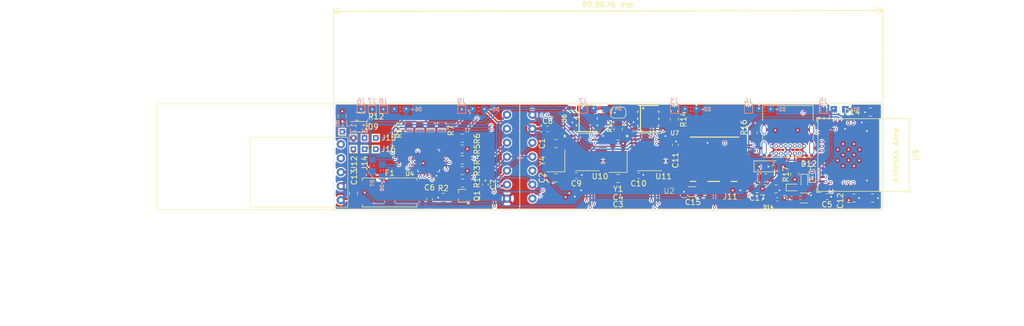
<source format=kicad_pcb>
(kicad_pcb (version 20240108) (generator "pcbnew") (generator_version "8.0")
  (layers (0 "F.Cu" signal) (1 "In1.Cu" signal) (2 "In2.Cu" signal) (31 "B.Cu" signal) (34 "B.Paste" user) (35 "F.Paste" user) (36 "B.SilkS" user "B.Silkscreen") (37 "F.SilkS" user "F.Silkscreen") (38 "B.Mask" user) (39 "F.Mask" user) (44 "Edge.Cuts" user))
  (net 0 "")
  (net 1 "/REST")
  (net 2 "/SCLK")
  (net 3 "/CSD1")
  (net 4 "/MOSI")
  (net 5 "/DC")
  (net 6 "/MISO")
  (net 7 "+3.3V")
  (net 8 "GND")
  (net 9 "/CSD2")
  (net 15 "Net-(U9-EN{slash}CHIP_PU)")
  (net 16 "/INTCAN2")
  (net 18 "/CSCAN2")
  (net 20 "/CSCAN")
  (net 21 "/INTCAN")
  (net 23 "Net-(D14-A)")
  (net 25 "/CSSDCARD")
  (net 28 "/CSCAP")
  (net 29 "/INTCAP")
  (net 30 "/INTING")
  (net 31 "Net-(JP2-B)")
  (net 32 "Net-(U4-LED3)")
  (net 33 "Net-(U4-LED5)")
  (net 34 "/NREST")
  (net 35 "Net-(U4-LED2)")
  (net 36 "Net-(U4-LED4)")
  (net 37 "Net-(U4-LED8)")
  (net 38 "Net-(U4-LED6)")
  (net 39 "Net-(U4-LED1)")
  (net 40 "Net-(U4-LED7)")
  (net 57 "Net-(U10-RXCAN)")
  (net 58 "Net-(U10-TXCAN)")
  (net 59 "Net-(U11-TXCAN)")
  (net 60 "Net-(U11-RXCAN)")
  (net 61 "Net-(U10-OSC2)")
  (net 62 "Net-(U11-OSC2)")
  (net 63 "Net-(U11-OSC1)")
  (net 64 "+12V")
  (net 67 "/OBD2 CAN H")
  (net 68 "/CAN LISTEN L")
  (net 69 "/CAN LISTEN H")
  (net 70 "/OBD2 CAN L")
  (net 71 "/ING12V+")
  (net 72 "Net-(D1-K)")
  (net 73 "Net-(D2-K)")
  (net 74 "Net-(D3-K)")
  (net 75 "Net-(D4-K)")
  (net 76 "Net-(D5-K)")
  (net 77 "Net-(D6-K)")
  (net 78 "Net-(D7-K)")
  (net 79 "Net-(D8-K)")
  (net 80 "Net-(D9-K)")
  (net 81 "Net-(Q1-B)")
  (net 82 "Net-(J9-Pin_1)")
  (net 83 "Net-(J5-Pin_1)")
  (net 84 "Net-(J8-Pin_1)")
  (net 85 "Net-(J4-Pin_1)")
  (net 86 "Net-(J7-Pin_1)")
  (net 87 "Net-(J6-Pin_1)")
  (net 88 "Net-(J2-Pin_1)")
  (net 89 "Net-(J3-Pin_1)")
  (net 90 "Net-(U10-OSC1)")
  (net 91 "Net-(D10-A)")
  (net 92 "Net-(D12-A2)")
  (net 93 "Net-(D13-A1)")
  (net 95 "Net-(J10-CC2)")
  (net 97 "Net-(J10-CC1)")
  (net 101 "Net-(J12-Pin_1)")
  (net 102 "Net-(D14-K)")
  (footprint "LED_0602:LED_QBLP617-IW" (layer "F.Cu") (at 206.214 95.377 180)
    (property "Reference" "D14")
    (property "Value" "LED")
  )
  (footprint "D24V10F3:D24V10F3" (layer "F.Cu") (at 128.143 96.774 180)
    (property "Reference" "U8" (hide yes))
    (property "Value" "~" (hide yes))
  )
  (footprint "Resistor_SMD:R_0805_2012Metric" (layer "F.Cu") (at 148.949135 84.257908 180)
    (property "Reference" "R6")
    (property "Value" "65R")
  )
  (footprint "Package_SO:TSSOP-20_4.4x6.5mm_P0.65mm" (layer "F.Cu") (at 171.6625 86.775)
    (property "Reference" "U10")
    (property "Value" "MCP2515-xST" (hide yes))
  )
  (footprint "Resistor_SMD:R_0805_2012Metric" (layer "F.Cu") (at 143.2395 82.854 -90)
    (property "Reference" "R8" (hide yes))
    (property "Value" "65R" (hide yes))
  )
  (footprint "Crystal:Crystal_SMD_3225-4Pin_3.2x2.5mm" (layer "F.Cu") (at 177.275 88.45 90)
    (property "Reference" "Y1")
    (property "Value" "Crystal_GND24_Small" (hide yes))
  )
  (footprint "Diode_SMD:D_0805_2012Metric" (layer "F.Cu") (at 129.8725 82.169 180)
    (property "Reference" "D9")
    (property "Value" "D" (hide yes))
  )
  (footprint "Package_SO:TSSOP-20_4.4x6.5mm_P0.65mm" (layer "F.Cu") (at 183.0125 86.775)
    (property "Reference" "U11")
    (property "Value" "MCP2515-xST" (hide yes))
  )
  (footprint "Capacitor_SMD:C_0805_2012Metric" (layer "F.Cu") (at 165.949282 85.21994 180)
    (property "Reference" "C1")
    (property "Value" "22pF")
  )
  (footprint "Resistor_SMD:R_0805_2012Metric" (layer "F.Cu") (at 148.943195 90.154639 180)
    (property "Reference" "R3")
    (property "Value" "65R" (hide yes))
  )
  (footprint "Capacitor_SMD:C_0603_1608Metric" (layer "F.Cu") (at 215.252 94.869 180)
    (property "Reference" "C5")
    (property "Value" "100nF")
  )
  (footprint "Resistor_SMD:R_0805_2012Metric" (layer "F.Cu") (at 148.946 88.188 180)
    (property "Reference" "R4")
    (property "Value" "65R" (hide yes))
  )
  (footprint "Capacitor_SMD:C_0805_2012Metric" (layer "F.Cu") (at 129.159 94.295 90)
    (property "Reference" "C13")
    (property "Value" "10uF" (hide yes))
  )
  (footprint "TestPoint:TestPoint_THTPad_1.0x1.0mm_Drill0.5mm" (layer "F.Cu") (at 131.191 86.233)
    (property "Reference" "J14")
    (property "Value" "Conn_01x01" (hide yes))
  )
  (footprint "Resistor_SMD:R_0805_2012Metric" (layer "F.Cu") (at 139.2395 82.854 -90)
    (property "Reference" "R10")
    (property "Value" "65R")
  )
  (footprint "TestPoint:TestPoint_THTPad_1.0x1.0mm_Drill0.5mm" (layer "F.Cu") (at 129.159 86.233)
    (property "Reference" "J12")
    (property "Value" "Conn_01x01" (hide yes))
  )
  (footprint "TJA1050:SOT96-1" (layer "F.Cu") (at 182.75 80.7 -90)
    (property "Reference" "U7")
    (property "Value" "TJA1050")
  )
  (footprint "Capacitor_SMD:C_0603_1608Metric" (layer "F.Cu") (at 164.452 82.55)
    (property "Reference" "C8")
    (property "Value" "100nF")
  )
  (footprint "CAP1188:QFN50P400X400X90-25N" (layer "F.Cu") (at 142.8265 88.315 180)
    (property "Reference" "U4")
    (property "Value" "CAP1188-1-CP-TR" (hide yes))
  )
  (footprint "PCM_Espressif:ESP32-C6-MINI-1" (layer "F.Cu") (at 221.9 87.3 -90)
    (property "Reference" "U9")
    (property "Value" "ESP32-C6-MINI-1/U" (hide yes))
  )
  (footprint "Resistor_SMD:R_0805_2012Metric" (layer "F.Cu") (at 201.829804 83.265128 -90)
    (property "Reference" "R16")
    (property "Value" "5.1k")
  )
  (footprint "Capacitor_SMD:C_1206_3216Metric" (layer "F.Cu") (at 190.754 93.98)
    (property "Reference" "C15")
    (property "Value" "100uF")
  )
  (footprint "Resistor_SMD:R_0805_2012Metric" (layer "F.Cu") (at 223.558227 95.133997)
    (property "Reference" "R11" (hide yes))
    (property "Value" "10k")
  )
  (footprint "Diode_SMD:D_SOD-523" (layer "F.Cu") (at 209.1 93.2)
    (property "Reference" "D11" (hide yes))
    (property "Value" "SD05_SOD323")
  )
  (footprint "Capacitor_SMD:C_0603_1608Metric" (layer "F.Cu") (at 187.706 85.458 -90)
    (property "Reference" "C11")
    (property "Value" "100nF")
  )
  (footprint "Capacitor_SMD:C_0603_1608Metric" (layer "F.Cu") (at 169.685 91.059 180)
    (property "Reference" "C9")
    (property "Value" "100nF")
  )
  (footprint "SH1122:SH1122" (layer "F.Cu") (at 159.43149 77.997439)
    (property "Reference" "U2")
    (property "Value" "~")
  )
  (footprint "Resistor_SMD:R_0805_2012Metric" (layer "F.Cu") (at 205.994 93.472)
    (property "Reference" "R18" (hide yes))
    (property "Value" "65R")
  )
  (footprint "TestPoint:TestPoint_THTPad_1.0x1.0mm_Drill0.5mm" (layer "F.Cu") (at 133.223 84.201)
    (property "Reference" "J15")
    (property "Value" "Conn_01x01" (hide yes))
  )
  (footprint "Resistor_SMD:R_0805_2012Metric" (layer "F.Cu") (at 148.943162 86.21946 180)
    (property "Reference" "R5")
    (property "Value" "65R" (hide yes))
  )
  (footprint "Capacitor_SMD:C_0805_2012Metric" (layer "F.Cu") (at 177.281646 91.578373)
    (property "Reference" "C4")
    (property "Value" "22pF")
  )
  (footprint "Capacitor_SMD:C_0805_2012Metric" (layer "F.Cu") (at 202.563364 93.406761 180)
    (property "Reference" "C17")
    (property "Value" "10uF")
  )
  (footprint "Capacitor_SMD:C_0603_1608Metric" (layer "F.Cu") (at 180.988 91.059 180)
    (property "Reference" "C10")
    (property "Value" "100nF")
  )
  (footprint "TestPoint:TestPoint_THTPad_1.0x1.0mm_Drill0.5mm" (layer "F.Cu") (at 133.223 86.233)
    (property "Reference" "J16")
    (property "Value" "Conn_01x01" (hide yes))
  )
  (footprint "Capacitor_SMD:C_0805_2012Metric" (layer "F.Cu") (at 177.273354 85.316402 180)
    (property "Reference" "C3")
    (property "Value" "22pF")
  )
  (footprint "TJA1050:SOT96-1" (layer "F.Cu") (at 171.597975 80.65 -90)
    (property "Reference" "U6")
    (property "Value" "TJA1050")
  )
  (footprint "Capacitor_SMD:C_1206_3216Metric" (layer "F.Cu") (at 211.074 95.123 180)
    (property "Reference" "C16" (hide yes))
    (property "Value" "100uF")
  )
  (footprint "Diode_SMD:D_SOD-123" (layer "F.Cu") (at 204.342451 89.361586)
    (property "Reference" "D10" (hide yes))
    (property "Value" "1N5819HW-7-F" (hide yes))
  )
  (footprint "Diode_SMD:D_SOD-523" (layer "F.Cu") (at 212.6 91 90)
    (property "Reference" "D12")
    (property "Value" "SD05_SOD323" (hide yes))
  )
  (footprint "Connector_USB:USB_C_Receptacle_GCT_USB4085" (layer "F.Cu") (at 211.135 87.037 180)
    (property "Reference" "J10" (hide yes))
    (property "Value" "USB_C_Receptacle_USB2.0_16P" (hide yes))
  )
  (footprint "Resistor_SMD:R_0805_2012Metric" (layer "F.Cu") (at 149 92.4)
    (property "Reference" "R1")
    (property "Value" "R")
  )
  (footprint "Resistor_SMD:R_0805_2012Metric" (layer "F.Cu") (at 209.4 90.8 90)
    (property "Reference" "R17")
    (property "Value" "5.1k")
  )
  (footprint "Fuse:Fuseholder_Littelfuse_Nano2_154x" (layer "F.Cu") (at 135.753 94.107)
    (property "Reference" "F1")
    (property "Value" "Fuse_Small" (hide yes))
  )
  (footprint "Capacitor_SMD:C_0805_2012Metric" (layer "F.Cu") (at 220.157 95.123 180)
    (property "Reference" "C12")
    (property "Value" "10uF")
  )
  (footprint "Diode_SMD:D_SOD-523" (layer "F.Cu") (at 211.15 92.05 -90)
    (property "Reference" "D13" (hide yes))
    (property "Value" "STS521050B331-EA" (hide yes))
  )
  (footprint "Capacitor_SMD:C_0805_2012Metric" (layer "F.Cu") (at 223.139 79.502)
    (property "Reference" "C14")
    (property "Value" "10uF")
  )
  (footprint "Package_TO_SOT_SMD:SOT-323_SC-70" (layer "F.Cu") (at 148.997687 94.70424 180)
    (property "Reference" "Q1")
    (property "Value" "BC817")
  )
  (footprint "Resistor_SMD:R_0805_2012Metric" (layer "F.Cu") (at 129.8975 80.264 180)
    (property "Reference" "R12")
    (property "Value" "4.7k")
  )
  (footprint "Resistor_SMD:R_0805_2012Metric" (layer "F.Cu") (at 127.127 80.264 -90)
    (property "Reference" "R13" (hide yes))
    (property "Value" "1k")
  )
  (footprint "Resistor_SMD:R_0805_2012Metric" (layer "F.Cu") (at 187.511516 80.801141 -90)
    (property "Reference" "R14")
    (property "Value" "120R")
  )
  (footprint "MEM2085:GCT_MEM2085-00-115-00-A_REV0.2" (layer "F.Cu") (at 194.641802 88.073761 180)
    (property "Reference" "J11")
    (property "Value" "MEM2085-00-115-00-A_REV0.2" (hide yes))
  )
  (footprint "Resistor_SMD:R_0805_2012Metric" (layer "F.Cu") (at 141.2395 82.854 -90)
    (property "Reference" "R9" (hide yes))
    (property "Value" "65R" (hide yes))
  )
  (footprint "Crystal:Crystal_SMD_3225-4Pin_3.2x2.5mm" (layer "F.Cu") (at 165.95 88.35 90)
    (property "Reference" "Y4")
    (property "Value" "Crystal_GND24_Small" (hide yes))
  )
  (footprint "Jumper:SolderJumper-2_P1.3mm_Open_RoundedPad1.0x1.5mm" (layer "F.Cu") (at 177.3 79.6)
    (property "Reference" "JP2" (hide yes))
    (property "Value" "VREF 3.3V" (hide yes))
  )
  (footprint "Capacitor_SMD:C_0603_1608Metric" (layer "F.Cu") (at 153.162 92.697 -90)
    (property "Reference" "C7")
    (property "Value" "100nF")
  )
  (footprint "Resistor_SMD:R_0805_2012Metric" (layer "F.Cu") (at 145.4875 95)
    (property "Reference" "R2")
    (property "Value" "R")
  )
  (footprint "Capacitor_SMD:C_0603_1608Metric" (layer "F.Cu") (at 143.002 95.3008 -90)
    (property "Reference" "C6")
    (property "Value" "100nF")
  )
  (footprint "SH1122:SH1122" (layer "F.Cu") (at 159.35 97.2 180)
    (property "Reference" "U1" (hide yes))
    (property "Value" "~" (hide yes))
  )
  (footprint "Resistor_SMD:R_0805_2012Metric" (layer "F.Cu") (at 204.122365 91.471692 180)
    (property "Reference" "R19" (hide yes))
    (property "Value" "10k")
  )
  (footprint "Resistor_SMD:R_0805_2012Metric" (layer "F.Cu") (at 145.2395 82.854 -90)
    (property "Reference" "R7")
    (property "Value" "65R" (hide yes))
  )
  (footprint "Capacitor_SMD:C_0805_2012Metric" (layer "F.Cu") (at 165.947975 91.45)
    (property "Reference" "C2")
    (property "Value" "22pF")
  )
  (footprint "Resistor_SMD:R_0805_2012Metric" (layer "F.Cu") (at 177.296434 82.584411 -90)
    (property "Reference" "R15")
    (property "Value" "120R")
  )
  (footprint "TestPoint:TestPoint_Pad_1.0x1.0mm" (layer "B.Cu") (at 134.62 78.994 180)
    (property "Reference" "J8")
    (property "Value" "Conn_01x01" (hide yes))
  )
  (footprint "LED_0602:LED_QBLP617-IW" (layer "B.Cu") (at 151.892 78.994 180)
    (property "Reference" "D5")
    (property "Value" "LED")
  )
  (footprint "LED_0602:LED_QBLP617-IW" (layer "B.Cu") (at 190.46647 78.994 180)
    (property "Reference" "D3")
    (property "Value" "LED")
  )
  (footprint "LED_0602:LED_QBLP617-IW" (layer "B.Cu") (at 137.668 78.994 180)
    (property "Reference" "D6")
    (property "Value" "LED")
  )
  (footprint "TestPoint:TestPoint_THTPad_1.0x1.0mm_Drill0.5mm" (layer "B.Cu") (at 129.159 84.201 180)
    (property "Reference" "J17")
    (property "Value" "Conn_01x01" (hide yes))
  )
  (footprint "TestPoint:TestPoint_Pad_1.0x1.0mm" (layer "B.Cu") (at 132.588 78.994 180)
    (property "Reference" "J7")
    (property "Value" "Conn_01x01" (hide yes))
  )
  (footprint "TestPoint:TestPoint_Pad_1.0x1.0mm" (layer "B.Cu") (at 201 78.994 180)
    (property "Reference" "J4")
    (property "Value" "Conn_01x01")
  )
  (footprint "TestPoint:TestPoint_Pad_1.0x1.0mm" (layer "B.Cu") (at 148.844 78.994 180)
    (property "Reference" "J9")
    (property "Value" "Conn_01x01" (hide yes))
  )
  (footprint "TestPoint:TestPoint_Pad_1.0x1.0mm" (layer "B.Cu") (at 187.539059 78.994 180)
    (property "Reference" "J3")
    (property "Value" "Conn_01x01")
  )
  (footprint "TestPoint:TestPoint_THTPad_1.0x1.0mm_Drill0.5mm" (layer "B.Cu") (at 127.127 83.058 180)
    (property "Reference" "J18")
    (property "Value" "Conn_01x01" (hide yes))
  )
  (footprint "TestPoint:TestPoint_Pad_1.0x1.0mm" (layer "B.Cu") (at 130.556 78.994 180)
    (property "Reference" "J6")
    (property "Value" "Conn_01x01" (hide yes))
  )
  (footprint "TestPoint:TestPoint_Pad_1.0x1.0mm" (layer "B.Cu") (at 170.942 78.994 180)
    (property "Reference" "J2")
    (property "Value" "Conn_01x01")
  )
  (footprint "TestPoint:TestPoint_Pad_1.0x1.0mm" (layer "B.Cu") (at 214.6 78.994 180)
    (property "Reference" "J5")
    (property "Value" "Conn_01x01")
  )
  (footprint "LED_0602:LED_QBLP617-IW" (layer "B.Cu") (at 173.956 78.994 180)
    (property "Reference" "D4")
    (property "Value" "LED")
  )
  (footprint "LED_0602:LED_QBLP617-IW" (layer "B.Cu") (at 203.94963 78.994 180)
    (property "Reference" "D2")
    (property "Value" "LED")
  )
  (footprint "LED_0602:LED_QBLP617-IW" (layer "B.Cu") (at 134.366 90.1024 90)
    (property "Reference" "D8")
    (property "Value" "LED")
  )
  (footprint "LED_0602:LED_QBLP617-IW" (layer "B.Cu") (at 132.588 89.2048 90)
    (property "Reference" "D7")
    (property "Value" "LED")
  )
  (footprint "LED_0602:LED_QBLP617-IW" (layer "B.Cu") (at 217.538744 78.994 180)
    (property "Reference" "D1")
    (property "Value" "LED")
  )
  (footprint "TestPoint:TestPoint_THTPad_1.0x1.0mm_Drill0.5mm" (layer "B.Cu") (at 131.191 84.201 180)
    (property "Reference" "J13")
    (property "Value" "Conn_01x01" (hide yes))
  )
  (gr_line (start 225.4 97.15) (end 225.4 97.4) (stroke (width 0.05)) (layer "Edge.Cuts"))
  (gr_line (start 225.4 97.1) (end 225.4 97.15) (stroke (width 0.05)) (layer "Edge.Cuts"))
  (gr_line (start 125.5967 97.15) (end 125.5967 97.4) (stroke (width 0.05)) (layer "Edge.Cuts"))
  (gr_line (start 225.4 78) (end 225.4 77.8) (stroke (width 0.05)) (layer "Edge.Cuts"))
  (gr_line (start 125.5967 97.4) (end 225.4 97.4) (stroke (width 0.05)) (layer "Edge.Cuts"))
  (gr_line (start 225.4 77.8) (end 214.9 77.8) (stroke (width 0.05)) (layer "Edge.Cuts"))
  (gr_line (start 225.4 97) (end 225.4 78) (stroke (width 0.05)) (layer "Edge.Cuts"))
  (gr_line (start 214.9 77.8) (end 201 77.8) (stroke (width 0.05)) (layer "Edge.Cuts"))
  (gr_line (start 125.5967 77.8) (end 125.5967 97.15) (stroke (width 0.05)) (layer "Edge.Cuts"))
  (gr_line (start 225.4 97) (end 225.4 97.1) (stroke (width 0.05)) (layer "Edge.Cuts"))
  (gr_line (start 125.5967 77.8) (end 201 77.8) (stroke (width 0.05)) (layer "Edge.Cuts"))
  (dimension (type aligned) (layer "F.SilkS") (pts (xy 225.43149 77.997439) (xy 125.564 78.144)) (height 16.954497) (gr_text "3931.7952 mils" (at 175.471175 59.966242 0.08408520138) (layer "F.SilkS") (effects (font (size 1 1) (thickness 0.15)))) (format (prefix "") (suffix "") (units 3) (units_format 1) (precision 4)) (style (thickness 0.15) (arrow_length 1.27) (text_position_mode 0) (extension_height 0.58642) (extension_offset 0.5) keep_text_aligned))
  (segment (start 222.732766 95.783234) (end 221.996 96.52) (width 0.254) (layer "F.Cu") (net 1))
  (segment (start 152.146 91.059) (end 152.146 89.994) (width 0.254) (layer "F.Cu") (net 1))
  (segment (start 217.678 96.52) (end 216.916 96.52) (width 0.254) (layer "F.Cu") (net 1))
  (segment (start 185.873814 84.498814) (end 185.875 84.5) (width 0.254) (layer "F.Cu") (net 1))
  (segment (start 201.227549 94.696938) (end 203.050611 96.52) (width 0.25) (layer "F.Cu") (net 1))
  (segment (start 184.277 84.498814) (end 185.873814 84.498814) (width 0.254) (layer "F.Cu") (net 1))
  (segment (start 217.6 96.442) (end 217.678 96.52) (width 0.25) (layer "F.Cu") (net 1))
  (segment (start 174.4938 84.5312) (end 174.525 84.5) (width 0.254) (layer "F.Cu") (net 1))
  (segment (start 221.996 96.52) (end 217.678 96.52) (width 0.254) (layer "F.Cu") (net 1))
  (segment (start 152.146 89.994) (end 157.08 85.06) (width 0.254) (layer "F.Cu") (net 1))
  (segment (start 150.805 92.4) (end 152.146 91.059) (width 0.254) (layer "F.Cu") (net 1))
  (segment (start 217.6 93.2) (end 217.6 96.442) (width 0.25) (layer "F.Cu") (net 1))
  (segment (start 149.9125 92.4) (end 150.805 92.4) (width 0.254) (layer "F.Cu") (net 1))
  (segment (start 172.3644 84.5312) (end 174.4938 84.5312) (width 0.254) (layer "F.Cu") (net 1))
  (segment (start 203.050611 96.52) (end 216.916 96.52) (width 0.25) (layer "F.Cu") (net 1))
  (segment (start 217.509872 96.52) (end 216.916 96.52) (width 0.25) (layer "F.Cu") (net 1))
  (segment (start 222.732766 95.139936) (end 222.732766 95.783234) (width 0.254) (layer "F.Cu") (net 1))
  (via (at 172.3644 84.5312) (size 0.56) (drill 0.3) (layers "F.Cu" "B.Cu") (net 1))
  (via (at 184.277 84.498814) (size 0.56) (drill 0.3) (layers "F.Cu" "B.Cu") (net 1))
  (via (at 201.227549 94.696938) (size 0.56) (drill 0.3) (layers "F.Cu" "B.Cu") (net 1))
  (segment (start 184.5564 87.9856) (end 184.5564 96.1136) (width 0.25) (layer "F.Cu") (net 2))
  (segment (start 185.875 87.75) (end 184.792 87.75) (width 0.25) (layer "F.Cu") (net 2))
  (segment (start 199.573702 85.922298) (end 201.011815 85.922298) (width 0.254) (layer "F.Cu") (net 2))
  (segment (start 195.261802 85.083761) (end 195.261802 85.687761) (width 0.254) (layer "F.Cu") (net 2))
  (segment (start 195.934041 86.36) (end 199.136 86.36) (width 0.254) (layer "F.Cu") (net 2))
  (segment (start 173.0064 87.75) (end 172.7708 87.9856) (width 0.25) (layer "F.Cu") (net 2))
  (segment (start 154.7368 92.4832) (end 157.08 90.14) (width 0.25) (layer "F.Cu") (net 2))
  (segment (start 144.821408 88.104908) (end 144.7815 88.065) (width 0.254) (layer "F.Cu") (net 2))
  (segment (start 172.7708 87.9856) (end 172.7708 96.1136) (width 0.25) (layer "F.Cu") (net 2))
  (segment (start 201.8629 86.554533) (end 202.324919 86.554533) (width 0.254) (layer "F.Cu") (net 2))
  (segment (start 201.747396 86.439029) (end 201.8629 86.554533) (width 0.254) (layer "F.Cu") (net 2))
  (segment (start 184.792 87.75) (end 184.5564 87.9856) (width 0.25) (layer "F.Cu") (net 2))
  (segment (start 201.011815 85.922298) (end 201.230665 85.922298) (width 0.254) (layer "F.Cu") (net 2))
  (segment (start 199.136 86.36) (end 199.573702 85.922298) (width 0.254) (layer "F.Cu") (net 2))
  (segment (start 201.230665 85.922298) (end 201.747396 86.439029) (width 0.254) (layer "F.Cu") (net 2))
  (segment (start 195.261802 85.687761) (end 195.934041 86.36) (width 0.254) (layer "F.Cu") (net 2))
  (segment (start 173.0064 87.75) (end 174.525 87.75) (width 0.25) (layer "F.Cu") (net 2))
  (segment (start 146.025881 88.104908) (end 144.821408 88.104908) (width 0.254) (layer "F.Cu") (net 2))
  (segment (start 154.7368 93.98) (end 154.7368 92.4832) (width 0.25) (layer "F.Cu") (net 2))
  (via (at 202.438 86.560613) (size 0.56) (drill 0.3) (layers "F.Cu" "B.Cu") (net 2))
  (via (at 172.7708 96.1136) (size 0.56) (drill 0.3) (layers "F.Cu" "B.Cu") (net 2))
  (via (at 184.5564 96.1136) (size 0.56) (drill 0.3) (layers "F.Cu" "B.Cu") (net 2))
  (via (at 214.3252 84.8868) (size 0.56) (drill 0.3) (layers "F.Cu" "B.Cu") (net 2))
  (via (at 146.025881 88.104908) (size 0.56) (drill 0.3) (layers "F.Cu" "B.Cu") (net 2))
  (via (at 154.7368 93.98) (size 0.56) (drill 0.3) (layers "F.Cu" "B.Cu") (net 2))
  (segment (start 157.08 90.14) (end 161.70149 85.51851) (width 0.25) (layer "B.Cu") (net 2))
  (segment (start 161.70149 85.51851) (end 161.70149 85.057439) (width 0.25) (layer "B.Cu") (net 2))
  (segment (start 214.3004 92.1004) (end 214.3 92.1) (width 0.254) (layer "F.Cu") (net 3))
  (segment (start 215.011 92.1004) (end 214.3004 92.1004) (width 0.254) (layer "F.Cu") (net 3))
  (via (at 215.011 92.1004) (size 0.56) (drill 0.3) (layers "F.Cu" "B.Cu") (net 3))
  (via (at 163.068 94.742) (size 0.56) (drill 0.3) (layers "F.Cu" "B.Cu") (net 3))
  (segment (start 155.702 93.98) (end 155.194 93.472) (width 0.254) (layer "B.Cu") (net 3))
  (segment (start 155.194 81.866) (end 157.08 79.98) (width 0.254) (layer "B.Cu") (net 3))
  (segment (start 163.068 94.742) (end 162.306 93.98) (width 0.254) (layer "B.Cu") (net 3))
  (segment (start 162.306 93.98) (end 155.702 93.98) (width 0.254) (layer "B.Cu") (net 3))
  (segment (start 155.194 93.472) (end 155.194 81.866) (width 0.254) (layer "B.Cu") (net 3))
  (segment (start 154.8384 95.0468) (end 154.178 94.3864) (width 0.25) (layer "F.Cu") (net 4))
  (segment (start 154.178 94.3864) (end 154.178 90.502) (width 0.25) (layer "F.Cu") (net 4))
  (segment (start 194.818 91.948) (end 193.802 90.932) (width 0.254) (layer "F.Cu") (net 4))
  (segment (start 183.9976 96.769928) (end 183.9976 87.589901) (width 0.25) (layer "F.Cu") (net 4))
  (segment (start 183.9976 87.589901) (end 185.137501 86.45) (width 0.25) (layer "F.Cu") (net 4))
  (segment (start 194.818 96.77) (end 194.818 91.948) (width 0.254) (layer "F.Cu") (net 4))
  (segment (start 172.215183 96.77) (end 172.212 96.766817) (width 0.25) (layer "F.Cu") (net 4))
  (segment (start 173.351901 86.45) (end 174.525 86.45) (width 0.25) (layer "F.Cu") (net 4))
  (segment (start 185.137501 86.45) (end 185.875 86.45) (width 0.25) (layer "F.Cu") (net 4))
  (segment (start 190.246 86.614) (end 190.754 86.106) (width 0.254) (layer "F.Cu") (net 4))
  (segment (start 190.754 90.932) (end 190.246 90.424) (width 0.254) (layer "F.Cu") (net 4))
  (segment (start 145.673448 89.065) (end 144.7815 89.065) (width 0.25) (layer "F.Cu") (net 4))
  (segment (start 172.212 87.589901) (end 173.351901 86.45) (width 0.25) (layer "F.Cu") (net 4))
  (segment (start 190.246 90.424) (end 190.246 86.614) (width 0.254) (layer "F.Cu") (net 4))
  (segment (start 157.08 87.6) (end 161.698929 87.6) (width 0.25) (layer "F.Cu") (net 4))
  (segment (start 154.178 90.502) (end 157.08 87.6) (width 0.25) (layer "F.Cu") (net 4))
  (segment (start 183.997528 96.77) (end 183.9976 96.769928) (width 0.25) (layer "F.Cu") (net 4))
  (segment (start 154.8384 96.5708) (end 154.8384 95.0468) (width 0.25) (layer "F.Cu") (net 4))
  (segment (start 146.05 89.8144) (end 146.05 89.435582) (width 0.25) (layer "F.Cu") (net 4))
  (segment (start 192.148563 86.106) (end 192.861802 85.392761) (width 0.254) (layer "F.Cu") (net 4))
  (segment (start 192.861802 85.392761) (end 192.861802 85.083761) (width 0.254) (layer "F.Cu") (net 4))
  (segment (start 161.698929 87.6) (end 161.70149 87.597439) (width 0.25) (layer "F.Cu") (net 4))
  (segment (start 193.802 90.932) (end 190.754 90.932) (width 0.254) (layer "F.Cu") (net 4))
  (segment (start 145.676433 89.062015) (end 145.673448 89.065) (width 0.25) (layer "F.Cu") (net 4))
  (segment (start 146.05 89.435582) (end 145.676433 89.062015) (width 0.25) (layer "F.Cu") (net 4))
  (segment (start 172.212 96.766817) (end 172.212 87.589901) (width 0.25) (layer "F.Cu") (net 4))
  (segment (start 190.754 86.106) (end 192.148563 86.106) (width 0.254) (layer "F.Cu") (net 4))
  (via (at 183.997528 96.77) (size 0.56) (drill 0.3) (layers "F.Cu" "B.Cu") (net 4))
  (via (at 214.3252 85.6996) (size 0.56) (drill 0.3) (layers "F.Cu" "B.Cu") (net 4))
  (via (at 154.8384 96.5708) (size 0.56) (drill 0.3) (layers "F.Cu" "B.Cu") (net 4))
  (via (at 146.05 89.8144) (size 0.56) (drill 0.3) (layers "F.Cu" "B.Cu") (net 4))
  (via (at 194.818 96.77) (size 0.56) (drill 0.3) (layers "F.Cu" "B.Cu") (net 4))
  (via (at 172.215183 96.77) (size 0.56) (drill 0.3) (layers "F.Cu" "B.Cu") (net 4))
  (segment (start 218.4 92.3398) (end 218.3892 92.329) (width 0.254) (layer "F.Cu") (net 5))
  (segment (start 218.4 93.2) (end 218.4 92.3398) (width 0.254) (layer "F.Cu") (net 5))
  (via (at 218.3892 92.329) (size 0.56) (drill 0.3) (layers "F.Cu" "B.Cu") (net 5))
  (via (at 163.576 93.726) (size 0.56) (drill 0.3) (layers "F.Cu" "B.Cu") (net 5))
  (segment (start 161.70149 92.677439) (end 160.464051 91.44) (width 0.254) (layer "B.Cu") (net 5))
  (segment (start 163.576 93.726) (end 162.750051 93.726) (width 0.254) (layer "B.Cu") (net 5))
  (segment (start 156.21 91.44) (end 155.702 90.932) (width 0.254) (layer "B.Cu") (net 5))
  (segment (start 155.956 83.058) (end 156.542 83.058) (width 0.254) (layer "B.Cu") (net 5))
  (segment (start 156.542 83.058) (end 157.08 82.52) (width 0.254) (layer "B.Cu") (net 5))
  (segment (start 155.702 90.932) (end 155.702 83.312) (width 0.254) (layer "B.Cu") (net 5))
  (segment (start 155.702 83.312) (end 155.956 83.058) (width 0.254) (layer "B.Cu") (net 5))
  (segment (start 160.464051 91.44) (end 156.21 91.44) (width 0.254) (layer "B.Cu") (net 5))
  (segment (start 162.750051 93.726) (end 161.70149 92.677439) (width 0.254) (layer "B.Cu") (net 5))
  (segment (start 201.862901 85.508914) (end 201.862901 85.508914) (width 0.254) (layer "F.Cu") (net 6))
  (segment (start 201.803 85.508914) (end 201.809079 85.514993) (width 0.254) (layer "F.Cu") (net 6))
  (segment (start 198.874748 85.859252) (end 197.428281 85.859252) (width 0.254) (layer "F.Cu") (net 6))
  (segment (start 173.0768 85.8) (end 174.525 85.8) (width 0.25) (layer "F.Cu") (net 6))
  (segment (start 201.809079 85.514993) (end 201.86898 85.514993) (width 0.254) (layer "F.Cu") (net 6))
  (segment (start 201.86898 85.514993) (end 201.86898 85.514993) (width 0.254) (layer "F.Cu") (net 6))
  (segment (start 145.75 88.565) (end 144.7815 88.565) (width 0.254) (layer "F.Cu") (net 6))
  (segment (start 199.225086 85.508914) (end 198.874748 85.859252) (width 0.254) (layer "F.Cu") (net 6))
  (segment (start 197.361802 85.792773) (end 197.361802 85.083761) (width 0.254) (layer "F.Cu") (net 6))
  (segment (start 145.831 88.646) (end 146.558 88.646) (width 0.254) (layer "F.Cu") (net 6))
  (segment (start 183.3372 87.3252) (end 184.8624 85.8) (width 0.25) (layer "F.Cu") (net 6))
  (segment (start 197.428281 85.859252) (end 197.361802 85.792773) (width 0.254) (layer "F.Cu") (net 6))
  (segment (start 171.5516 87.3252) (end 173.0768 85.8) (width 0.25) (layer "F.Cu") (net 6))
  (segment (start 145.75 88.565) (end 145.831 88.646) (width 0.254) (layer "F.Cu") (net 6))
  (segment (start 171.5516 95.504) (end 171.5516 87.3252) (width 0.25) (layer "F.Cu") (net 6))
  (segment (start 184.8624 85.8) (end 185.875 85.8) (width 0.25) (layer "F.Cu") (net 6))
  (segment (start 183.3372 95.504) (end 183.3372 87.3252) (width 0.25) (layer "F.Cu") (net 6))
  (segment (start 201.803 85.508914) (end 199.225086 85.508914) (width 0.254) (layer "F.Cu") (net 6))
  (via (at 146.558 88.646) (size 0.56) (drill 0.3) (layers "F.Cu" "B.Cu") (net 6))
  (via (at 201.803 85.508914) (size 0.56) (drill 0.3) (layers "F.Cu" "B.Cu") (net 6))
  (via (at 220.0148 81.4324) (size 0.56) (drill 0.3) (layers "F.Cu" "B.Cu") (net 6))
  (via (at 171.5516 95.504) (size 0.56) (drill 0.3) (layers "F.Cu" "B.Cu") (net 6))
  (via (at 183.3372 95.504) (size 0.56) (drill 0.3) (layers "F.Cu" "B.Cu") (net 6))
  (segment (start 206.9065 93.472) (end 206.9065 93.3215) (width 0.25) (layer "F.Cu") (net 7))
  (segment (start 144.030164 91.07954) (end 143.5765 90.625876) (width 0.254) (layer "F.Cu") (net 7))
  (segment (start 163.677 82.01003) (end 163.677 82.55) (width 0.508) (layer "F.Cu") (net 7))
  (segment (start 143.4762 95) (end 143.002 94.5258) (width 0.254) (layer "F.Cu") (net 7))
  (segment (start 143.5765 90.625876) (end 143.5765 90.27) (width 0.254) (layer "F.Cu") (net 7))
  (segment (start 152.9588 78.9432) (end 155.2956 81.28) (width 0.254) (layer "F.Cu") (net 7))
  (segment (start 156.834762 92.925238) (end 157.08 92.68) (width 0.508) (layer "F.Cu") (net 7))
  (segment (start 206.9065 93.3215) (end 205.025 91.44) (width 0.25) (layer "F.Cu") (net 7))
  (segment (start 155.2956 81.28) (end 160.464051 81.28) (width 0.254) (layer "F.Cu") (net 7))
  (segment (start 161.70149 82.517439) (end 163.644439 82.517439) (width 0.508) (layer "F.Cu") (net 7))
  (segment (start 129.159 95.245) (end 127.132 95.245) (width 0.508) (layer "F.Cu") (net 7))
  (segment (start 160.464051 81.28) (end 161.70149 82.517439) (width 0.254) (layer "F.Cu") (net 7))
  (segment (start 127.132 95.245) (end 126.873 95.504) (width 0.508) (layer "F.Cu") (net 7))
  (segment (start 144.575 95) (end 143.4762 95) (width 0.254) (layer "F.Cu") (net 7))
  (segment (start 163.644439 82.517439) (end 163.677 82.55) (width 0.508) (layer "F.Cu") (net 7))
  (segment (start 144.26395 91.07954) (end 144.030164 91.07954) (width 0.254) (layer "F.Cu") (net 7))
  (segment (start 165.004899 80.682131) (end 163.677 82.01003) (width 0.508) (layer "F.Cu") (net 7))
  (segment (start 155.782861 92.925238) (end 156.834762 92.925238) (width 0.508) (layer "F.Cu") (net 7))
  (via (at 185.882339 83.858028) (size 0.56) (drill 0.3) (layers "F.Cu" "B.Cu") (net 7))
  (via (at 187.833 84.836) (size 0.56) (drill 0.3) (layers "F.Cu" "B.Cu") (net 7))
  (via (at 169.418 94.869) (size 0.56) (drill 0.3) (layers "F.Cu" "B.Cu") (net 7))
  (via (at 180.086 81.3308) (size 0.56) (drill 0.3) (layers "F.Cu" "B.Cu") (net 7))
  (via (at 212.344 94.615) (size 0.56) (drill 0.3) (layers "F.Cu" "B.Cu") (net 7))
  (via (at 193.548 85.09) (size 0.56) (drill 0.3) (layers "F.Cu" "B.Cu") (net 7))
  (via (at 170.688 90.932) (size 0.56) (drill 0.3) (layers "F.Cu" "B.Cu") (net 7))
  (via (at 155.782861 92.925238) (size 0.56) (drill 0.3) (layers "F.Cu" "B.Cu") (net 7))
  (via (at 152.9588 78.9432) (size 0.56) (drill 0.3) (layers "F.Cu" "B.Cu") (net 7))
  (via (at 205.0288 78.9432) (size 0.56) (drill 0.3) (layers "F.Cu" "B.Cu") (net 7))
  (via (at 222.188721 79.519508) (size 0.56) (drill 0.3) (layers "F.Cu" "B.Cu") (net 7))
  (via (at 203.708 95.25) (size 0.56) (drill 0.3) (layers "F.Cu" "B.Cu") (net 7))
  (via (at 174.532757 83.844188) (size 0.56) (drill 0.3) (layers "F.Cu" "B.Cu") (net 7))
  (via (at 165.004899 80.682131) (size 0.56) (drill 0.3) (layers "F.Cu" "B.Cu") (net 7))
  (via (at 199.517 93.726) (size 0.56) (drill 0.3) (layers "F.Cu" "B.Cu") (net 7))
  (via (at 144.5768 95.0468) (size 0.56) (drill 0.3) (layers "F.Cu" "B.Cu") (net 7))
  (via (at 222.504 82.931) (size 0.56) (drill 0.3) (layers "F.Cu" "B.Cu") (net 7))
  (via (at 206.629 93.726) (size 0.56) (drill 0.3) (layers "F.Cu" "B.Cu") (net 7))
  (via (at 144.26395 91.07954) (size 0.56) (drill 0.3) (layers "F.Cu" "B.Cu") (net 7))
  (via (at 221.5896 81.3816) (size 0.56) (drill 0.3) (layers "F.Cu" "B.Cu") (net 7))
  (via (at 189.23 93.98) (size 0.56) (drill 0.3) (layers "F.Cu" "B.Cu") (net 7))
  (via (at 177.292 85.09) (size 0.56) (drill 0.3) (layers "F.Cu" "B.Cu") (net 7))
  (via (at 224.536 95.1484) (size 0.56) (drill 0.3) (layers "F.Cu" "B.Cu") (net 7))
  (via (at 204.597 89.408) (size 0.56) (drill 0.3) (layers "F.Cu" "B.Cu") (net 7))
  (via (at 168.9608 81.3816) (size 0.56) (drill 0.3) (layers "F.Cu" "B.Cu") (net 7))
  (via (at 218.5924 78.8416) (size 0.56) (drill 0.3) (layers "F.Cu" "B.Cu") (net 7))
  (via (at 170.561 93.726) (size 0.56) (drill 0.3) (layers "F.Cu" "B.Cu") (net 7))
  (via (at 221.107 95.123) (size 0.56) (drill 0.3) (layers "F.Cu" "B.Cu") (net 7))
  (via (at 216.005981 94.873577) (size 0.56) (drill 0.3) (layers "F.Cu" "B.Cu") (net 7))
  (via (at 191.516 78.8416) (size 0.56) (drill 0.3) (layers "F.Cu" "B.Cu") (net 7))
  (via (at 176.6824 79.6036) (size 0.56) (drill 0.3) (layers "F.Cu" "B.Cu") (net 7))
  (via (at 211.074 88.9) (size 0.56) (drill 0.3) (layers "F.Cu" "B.Cu") (net 7))
  (via (at 200.025 82.55) (size 0.56) (drill 0.3) (layers "F.Cu" "B.Cu") (net 7))
  (via (at 153.162 91.948) (size 0.56) (drill 0.3) (layers "F.Cu" "B.Cu") (net 7))
  (via (at 222.504 91.948) (size 0.56) (drill 0.3) (layers "F.Cu" "B.Cu") (net 7))
  (via (at 181.864 90.932) (size 0.56) (drill 0.3) (layers "F.Cu" "B.Cu") (net 7))
  (via (at 138.751542 78.901021) (size 0.56) (drill 0.3) (layers "F.Cu" "B.Cu") (net 7))
  (via (at 218.567 82.55) (size 0.56) (drill 0.3) (layers "F.Cu" "B.Cu") (net 7))
  (segment (start 176.6824 79.6036) (end 175.9204 78.8416) (width 0.25) (layer "B.Cu") (net 7))
  (segment (start 175.9204 78.8416) (end 174.9057 78.8416) (width 0.25) (layer "B.Cu") (net 7))
  (segment (start 174.9057 78.8416) (end 174.889325 78.825225) (width 0.25) (layer "B.Cu") (net 7))
  (segment (start 174.247975 78.745) (end 173.858 78.745) (width 0.25) (layer "F.Cu") (net 8))
  (segment (start 139.9906 87.565) (end 139.9032 87.4776) (width 0.25) (layer "F.Cu") (net 8))
  (segment (start 173.858 78.745) (end 173.101 79.502) (width 0.25) (layer "F.Cu") (net 8))
  (segment (start 142.0765 87.565) (end 142.8265 88.315) (width 0.25) (layer "F.Cu") (net 8))
  (segment (start 209.599 94.399) (end 208.4 93.2) (width 0.25) (layer "F.Cu") (net 8))
  (segment (start 140.8715 87.565) (end 142.0765 87.565) (width 0.25) (layer "F.Cu") (net 8))
  (segment (start 140.8715 87.565) (end 139.9906 87.565) (width 0.25) (layer "F.Cu") (net 8))
  (segment (start 209.599 95.123) (end 209.599 94.399) (width 0.25) (layer "F.Cu") (net 8))
  (via (at 209.3976 91.7448) (size 0.56) (drill 0.3) (layers "F.Cu" "B.Cu") (net 8))
  (via (at 220.1672 89.3064) (size 0.56) (drill 0.3) (layers "F.Cu" "B.Cu") (net 8))
  (via (at 207.264 89.408) (size 0.56) (drill 0.3) (layers "F.Cu" "B.Cu") (net 8))
  (via (at 217.17 88.2904) (size 0.56) (drill 0.3) (layers "F.Cu" "B.Cu") (net 8))
  (via (at 219.202 86.3092) (size 0.56) (drill 0.3) (layers "F.Cu" "B.Cu") (net 8))
  (via (at 209.931 82.804) (size 0.56) (drill 0.3) (layers "F.Cu" "B.Cu") (net 8))
  (via (at 127.1016 81.1784) (size 0.56) (drill 0.3) (layers "F.Cu" "B.Cu") (net 8))
  (via (at 178.198908 85.201735) (size 0.56) (drill 0.3) (layers "F.Cu" "B.Cu") (net 8))
  (via (at 219.202 88.2396) (size 0.56) (drill 0.3) (layers "F.Cu" "B.Cu") (net 8))
  (via (at 217.2208 86.3092) (size 0.56) (drill 0.3) (layers "F.Cu" "B.Cu") (net 8))
  (via (at 212.598 91.694) (size 0.56) (drill 0.3) (layers "F.Cu" "B.Cu") (net 8))
  (via (at 220.1672 87.2744) (size 0.56) (drill 0.3) (layers "F.Cu" "B.Cu") (net 8))
  (via (at 221.1324 88.2904) (size 0.56) (drill 0.3) (layers "F.Cu" "B.Cu") (net 8))
  (via (at 221.1832 86.3092) (size 0.56) (drill 0.3) (layers "F.Cu" "B.Cu") (net 8))
  (via (at 167.7162 94.9706) (size 0.56) (drill 0.3) (layers "F.Cu" "B.Cu") (net 8))
  (via (at 218.186 85.2932) (size 0.56) (drill 0.3) (layers "F.Cu" "B.Cu") (net 8))
  (via (at 198.12 93.726) (size 0.56) (drill 0.3) (layers "F.Cu" "B.Cu") (net 8))
  (via (at 220.1672 85.2932) (size 0.56) (drill 0.3) (layers "F.Cu" "B.Cu") (net 8))
  (via (at 141.8844 88.7984) (size 0.56) (drill 0.3) (layers "F.Cu" "B.Cu") (net 8))
  (via (at 218.186 87.2744) (size 0.56) (drill 0.3) (layers "F.Cu" "B.Cu") (net 8))
  (via (at 218.186 89.3064) (size 0.56) (drill 0.3) (layers "F.Cu" "B.Cu") (net 8))
  (via (at 168.402 94.234) (size 0.56) (drill 0.3) (layers "F.Cu" "B.Cu") (net 8))
  (via (at 219.202 95.504) (size 0.56) (drill 0.3) (layers "F.Cu" "B.Cu") (net 8))
  (via (at 205.867 82.804) (size 0.56) (drill 0.3) (layers "F.Cu" "B.Cu") (net 8))
  (segment (start 163.068 90.3224) (end 163.068 81.343949) (width 0.254) (layer "B.Cu") (net 8))
  (segment (start 163.068 81.343949) (end 161.70149 79.977439) (width 0.254) (layer "B.Cu") (net 8))
  (segment (start 168.402 94.234) (end 166.9796 94.234) (width 0.254) (layer "B.Cu") (net 8))
  (segment (start 166.9796 94.234) (end 163.068 90.3224) (width 0.254) (layer "B.Cu") (net 8))
  (segment (start 215.2 93.2) (end 215.2 92.775) (width 0.254) (layer "F.Cu") (net 9))
  (segment (start 215.2 92.775) (end 215.646 92.329) (width 0.254) (layer "F.Cu") (net 9))
  (segment (start 215.646 92.329) (end 215.9 92.329) (width 0.254) (layer "F.Cu") (net 9))
  (via (at 215.9 92.329) (size 0.56) (drill 0.3) (layers "F.Cu" "B.Cu") (net 9))
  (segment (start 203.513364 93.406761) (end 203.515908 93.423472) (width 0.25) (layer "F.Cu") (net 15))
  (segment (start 203.515908 93.423472) (end 203.513364 91.753364) (width 0.25) (layer "F.Cu") (net 15))
  (segment (start 217.598621 81.398621) (end 217.6 81.4) (width 0.25) (layer "F.Cu") (net 15))
  (segment (start 217.598621 80.776177) (end 217.598621 81.398621) (width 0.25) (layer "F.Cu") (net 15))
  (segment (start 203.513364 91.753364) (end 203.2 91.44) (width 0.25) (layer "F.Cu") (net 15))
  (via (at 217.598621 80.776177) (size 0.56) (drill 0.3) (layers "F.Cu" "B.Cu") (net 15))
  (via (at 203.515908 93.423472) (size 0.56) (drill 0.3) (layers "F.Cu" "B.Cu") (net 15))
  (segment (start 201.803 87.503) (end 204.089 87.503) (width 0.25) (layer "B.Cu") (net 15))
  (segment (start 203.515908 93.423472) (end 205.9305 91.00888) (width 0.25) (layer "B.Cu") (net 15))
  (segment (start 217.196444 80.374) (end 202.963 80.374) (width 0.25) (layer "B.Cu") (net 15))
  (segment (start 201.041 82.296) (end 201.041 86.741) (width 0.25) (layer "B.Cu") (net 15))
  (segment (start 204.089 87.503) (end 205.9305 89.3445) (width 0.25) (layer "B.Cu") (net 15))
  (segment (start 202.963 80.374) (end 201.041 82.296) (width 0.25) (layer "B.Cu") (net 15))
  (segment (start 217.598621 80.776177) (end 217.196444 80.374) (width 0.25) (layer "B.Cu") (net 15))
  (segment (start 201.041 86.741) (end 201.803 87.503) (width 0.25) (layer "B.Cu") (net 15))
  (segment (start 205.9305 91.00888) (end 205.9305 89.3445) (width 0.25) (layer "B.Cu") (net 15))
  (segment (start 213.4616 83.1596) (end 214.1596 83.1596) (width 0.254) (layer "F.Cu") (net 16))
  (segment (start 214.1596 83.1596) (end 214.3 83.3) (width 0.254) (layer "F.Cu") (net 16))
  (via (at 213.4616 83.1596) (size 0.56) (drill 0.3) (layers "F.Cu" "B.Cu") (net 16))
  (via (at 185.928 88.392) (size 0.56) (drill 0.3) (layers "F.Cu" "B.Cu") (net 16))
  (segment (start 185.808 85.217) (end 185.875 85.15) (width 0.254) (layer "F.Cu") (net 18))
  (segment (start 220.0148 92.329) (end 220.0148 93.1852) (width 0.254) (layer "F.Cu") (net 18))
  (segment (start 184.277 85.217) (end 185.808 85.217) (width 0.254) (layer "F.Cu") (net 18))
  (segment (start 220.0148 93.1852) (end 220 93.2) (width 0.254) (layer "F.Cu") (net 18))
  (via (at 184.277 85.217) (size 0.56) (drill 0.3) (layers "F.Cu" "B.Cu") (net 18))
  (via (at 220.0148 92.329) (size 0.56) (drill 0.3) (layers "F.Cu" "B.Cu") (net 18))
  (segment (start 173.17322 85.157933) (end 174.517067 85.157933) (width 0.254) (layer "F.Cu") (net 20))
  (segment (start 219.2 92.331) (end 219.202 92.329) (width 0.254) (layer "F.Cu") (net 20))
  (segment (start 174.517067 85.157933) (end 174.525 85.15) (width 0.254) (layer "F.Cu") (net 20))
  (segment (start 219.2 93.2) (end 219.2 92.331) (width 0.254) (layer "F.Cu") (net 20))
  (via (at 219.202 92.329) (size 0.56) (drill 0.3) (layers "F.Cu" "B.Cu") (net 20))
  (via (at 173.17322 85.157933) (size 0.56) (drill 0.3) (layers "F.Cu" "B.Cu") (net 20))
  (segment (start 216.789 80.899) (end 216.789 81.389) (width 0.2) (layer "F.Cu") (net 21))
  (segment (start 216.789 81.389) (end 216.8 81.4) (width 0.2) (layer "F.Cu") (net 21))
  (via (at 174.5488 88.4428) (size 0.56) (drill 0.3) (layers "F.Cu" "B.Cu") (net 21))
  (via (at 216.789 80.899) (size 0.56) (drill 0.3) (layers "F.Cu" "B.Cu") (net 21))
  (segment (start 216.739 82.5) (end 214.3 82.5) (width 0.25) (layer "F.Cu") (net 23))
  (segment (start 216.789 82.55) (end 216.739 82.5) (width 0.25) (layer "F.Cu") (net 23))
  (via (at 207.518 95.123) (size 0.56) (drill 0.3) (layers "F.Cu" "B.Cu") (net 23))
  (via (at 216.789 82.55) (size 0.56) (drill 0.3) (layers "F.Cu" "B.Cu") (net 23))
  (segment (start 213.995 89.916) (end 216.154 87.757) (width 0.25) (layer "B.Cu") (net 23))
  (segment (start 207.518 95.123) (end 210.82 95.123) (width 0.25) (layer "B.Cu") (net 23))
  (segment (start 216.154 82.804) (end 216.408 82.55) (width 0.25) (layer "B.Cu") (net 23))
  (segment (start 216.154 87.757) (end 216.154 82.804) (width 0.25) (layer "B.Cu") (net 23))
  (segment (start 216.408 82.55) (end 216.789 82.55) (width 0.25) (layer "B.Cu") (net 23))
  (segment (start 210.82 95.123) (end 213.995 91.948) (width 0.25) (layer "B.Cu") (net 23))
  (segment (start 213.995 91.948) (end 213.995 89.916) (width 0.25) (layer "B.Cu") (net 23))
  (segment (start 214.3 91.3) (end 215.010315 91.3) (width 0.254) (layer "F.Cu") (net 25))
  (segment (start 215.010315 91.3) (end 215.011 91.300685) (width 0.254) (layer "F.Cu") (net 25))
  (via (at 215.011 91.300685) (size 0.56) (drill 0.3) (layers "F.Cu" "B.Cu") (net 25))
  (via (at 196.673396 85.115312) (size 0.56) (drill 0.3) (layers "F.Cu" "B.Cu") (net 25))
  (segment (start 216.027 93.227) (end 216 93.2) (width 0.254) (layer "F.Cu") (net 28))
  (segment (start 150.944945 91.335159) (end 146.551659 91.335159) (width 0.254) (layer "F.Cu") (net 28))
  (segment (start 146.551659 91.335159) (end 144.7815 89.565) (width 0.254) (layer "F.Cu") (net 28))
  (segment (start 216.027 93.98) (end 216.027 93.227) (width 0.254) (layer "F.Cu") (net 28))
  (via (at 150.944945 91.335159) (size 0.56) (drill 0.3) (layers "F.Cu" "B.Cu") (net 28))
  (via (at 216.027 93.98) (size 0.56) (drill 0.3) (layers "F.Cu" "B.Cu") (net 28))
  (segment (start 140.8684 87.0619) (end 140.8715 87.065) (width 0.254) (layer "F.Cu") (net 29))
  (segment (start 140.8684 86.614) (end 140.8684 87.0619) (width 0.254) (layer "F.Cu") (net 29))
  (via (at 219.202 81.4324) (size 0.56) (drill 0.3) (layers "F.Cu" "B.Cu") (net 29))
  (via (at 140.8684 86.614) (size 0.56) (drill 0.3) (layers "F.Cu" "B.Cu") (net 29))
  (segment (start 211.492883 79.0448) (end 215.3412 79.0448) (width 0.25) (layer "F.Cu") (net 30))
  (segment (start 127.127 79.3515) (end 127.127 79.3515) (width 0.254) (layer "F.Cu") (net 30))
  (segment (start 127.127 79.375) (end 127.127 79.3515) (width 0.254) (layer "F.Cu") (net 30))
  (segment (start 127.1505 79.375) (end 127.127 79.375) (width 0.254) (layer "F.Cu") (net 30))
  (segment (start 215.3412 79.0448) (end 216 79.7036) (width 0.25) (layer "F.Cu") (net 30))
  (segment (start 216 79.7036) (end 216 81.4) (width 0.25) (layer "F.Cu") (net 30))
  (segment (start 128.985 80.264) (end 128.0395 80.264) (width 0.254) (layer "F.Cu") (net 30))
  (segment (start 210.90564 79.632043) (end 211.492883 79.0448) (width 0.25) (layer "F.Cu") (net 30))
  (segment (start 128.0395 80.264) (end 127.1505 79.375) (width 0.254) (layer "F.Cu") (net 30))
  (via (at 210.90564 79.632043) (size 0.56) (drill 0.3) (layers "F.Cu" "B.Cu") (net 30))
  (via (at 127.127 79.375) (size 0.56) (drill 0.3) (layers "F.Cu" "B.Cu") (net 30))
  (segment (start 174.781339 82.555) (end 174.247975 82.555) (width 0.25) (layer "F.Cu") (net 31))
  (segment (start 173.088506 83.991888) (end 173.197364 83.991888) (width 0.25) (layer "F.Cu") (net 31))
  (segment (start 185.42 82.625) (end 185.4 82.605) (width 0.254) (layer "F.Cu") (net 31))
  (segment (start 174.634252 82.555) (end 174.781339 82.555) (width 0.25) (layer "F.Cu") (net 31))
  (segment (start 178.396303 81.533403) (end 178.396303 80.046303) (width 0.25) (layer "F.Cu") (net 31))
  (segment (start 178.396303 80.046303) (end 177.95 79.6) (width 0.25) (layer "F.Cu") (net 31))
  (segment (start 173.197364 83.991888) (end 174.634252 82.555) (width 0.25) (layer "F.Cu") (net 31))
  (segment (start 185.42 82.804) (end 185.42 82.625) (width 0.254) (layer "F.Cu") (net 31))
  (via (at 185.42 82.804) (size 0.56) (drill 0.3) (layers "F.Cu" "B.Cu") (net 31))
  (via (at 178.396303 81.533403) (size 0.56) (drill 0.3) (layers "F.Cu" "B.Cu") (net 31))
  (via (at 173.088506 83.991888) (size 0.56) (drill 0.3) (layers "F.Cu" "B.Cu") (net 31))
  (segment (start 173.088506 83.991888) (end 173.437112 83.991888) (width 0.25) (layer "B.Cu") (net 31))
  (segment (start 173.437112 83.991888) (end 175.895597 81.533403) (width 0.25) (layer "B.Cu") (net 31))
  (segment (start 178.815403 81.533403) (end 179.968954 82.686954) (width 0.25) (layer "B.Cu") (net 31))
  (segment (start 178.396303 81.533403) (end 178.815403 81.533403) (width 0.25) (layer "B.Cu") (net 31))
  (segment (start 185.302954 82.686954) (end 185.42 82.804) (width 0.254) (layer "B.Cu") (net 31))
  (segment (start 175.895597 81.533403) (end 178.396303 81.533403) (width 0.25) (layer "B.Cu") (net 31))
  (segment (start 179.968954 82.686954) (end 185.302954 82.686954) (width 0.254) (layer "B.Cu") (net 31))
  (segment (start 144.21704 86.21946) (end 148.030662 86.21946) (width 0.25) (layer "F.Cu") (net 32))
  (segment (start 144.0765 86.36) (end 144.21704 86.21946) (width 0.25) (layer "F.Cu") (net 32))
  (segment (start 143.51 84.836) (end 144.17 84.836) (width 0.25) (layer "F.Cu") (net 33))
  (segment (start 143.0765 86.36) (end 143.0765 85.2695) (width 0.25) (layer "F.Cu") (net 33))
  (segment (start 144.17 84.836) (end 145.2395 83.7665) (width 0.25) (layer "F.Cu") (net 33))
  (segment (start 143.0765 85.2695) (end 143.51 84.836) (width 0.25) (layer "F.Cu") (net 33))
  (segment (start 146.75424 95.35424) (end 149.997687 95.35424) (width 0.25) (layer "F.Cu") (net 34))
  (segment (start 144.0765 90.27) (end 144.8038 90.27) (width 0.25) (layer "F.Cu") (net 34))
  (segment (start 144.8038 90.27) (end 146.4 91.8662) (width 0.25) (layer "F.Cu") (net 34))
  (segment (start 146.4 95) (end 146.75424 95.35424) (width 0.25) (layer "F.Cu") (net 34))
  (segment (start 146.4 91.8662) (end 146.4 95) (width 0.25) (layer "F.Cu") (net 34))
  (segment (start 146.9105 87.065) (end 148.0335 88.188) (width 0.25) (layer "F.Cu") (net 35))
  (segment (start 144.7815 87.065) (end 146.9105 87.065) (width 0.25) (layer "F.Cu") (net 35))
  (segment (start 144.187501 85.344) (end 145.542 85.344) (width 0.25) (layer "F.Cu") (net 36))
  (segment (start 143.5765 85.955001) (end 144.187501 85.344) (width 0.25) (layer "F.Cu") (net 36))
  (segment (start 145.542 85.344) (end 146.628092 84.257908) (width 0.25) (layer "F.Cu") (net 36))
  (segment (start 143.5765 86.36) (end 143.5765 85.955001) (width 0.25) (layer "F.Cu") (net 36))
  (segment (start 146.628092 84.257908) (end 148.036635 84.257908) (width 0.25) (layer "F.Cu") (net 36))
  (segment (start 141.5765 86.36) (end 141.1955 85.979) (width 0.25) (layer "F.Cu") (net 37))
  (segment (start 139.2395 85.1375) (end 139.2395 83.7665) (width 0.25) (layer "F.Cu") (net 37))
  (segment (start 140.081 85.979) (end 139.2395 85.1375) (width 0.25) (layer "F.Cu") (net 37))
  (segment (start 141.1955 85.979) (end 140.081 85.979) (width 0.25) (layer "F.Cu") (net 37))
  (segment (start 142.5765 84.4295) (end 143.2395 83.7665) (width 0.25) (layer "F.Cu") (net 38))
  (segment (start 142.5765 86.36) (end 142.5765 84.4295) (width 0.25) (layer "F.Cu") (net 38))
  (segment (start 147.193 88.392) (end 147.193 89.316944) (width 0.254) (layer "F.Cu") (net 39))
  (segment (start 148.030695 90.067895) (end 148.030695 90.154639) (width 0.25) (layer "F.Cu") (net 39))
  (segment (start 145.5278 87.565) (end 146.366 87.565) (width 0.254) (layer "F.Cu") (net 39))
  (segment (start 147.193 89.316944) (end 148.030695 90.154639) (width 0.254) (layer "F.Cu") (net 39))
  (segment (start 144.7815 87.565) (end 145.5278 87.565) (width 0.25) (layer "F.Cu") (net 39))
  (segment (start 146.366 87.565) (end 147.193 88.392) (width 0.254) (layer "F.Cu") (net 39))
  (segment (start 142.0765 86.36) (end 142.0765 84.6035) (width 0.25) (layer "F.Cu") (net 40))
  (segment (start 142.0765 84.6035) (end 141.2395 83.7665) (width 0.25) (layer "F.Cu") (net 40))
  (segment (start 170.008 84.5) (end 168.8 84.5) (width 0.25) (layer "F.Cu") (net 57))
  (segment (start 170.18 84.328) (end 170.008 84.5) (width 0.25) (layer "F.Cu") (net 57))
  (segment (start 168.947975 82.555) (end 169.804 82.555) (width 0.25) (layer "F.Cu") (net 57))
  (segment (start 169.804 82.555) (end 170.18 82.931) (width 0.25) (layer "F.Cu") (net 57))
  (segment (start 170.18 82.931) (end 170.18 84.328) (width 0.25) (layer "F.Cu") (net 57))
  (segment (start 168.143 78.745) (end 167.513 79.375) (width 0.25) (layer "F.Cu") (net 58))
  (segment (start 167.797 83.85) (end 168.8 83.85) (width 0.25) (layer "F.Cu") (net 58))
  (segment (start 168.947975 78.745) (end 168.143 78.745) (width 0.25) (layer "F.Cu") (net 58))
  (segment (start 167.513 79.375) (end 167.513 83.566) (width 0.25) (layer "F.Cu") (net 58))
  (segment (start 167.513 83.566) (end 167.797 83.85) (width 0.25) (layer "F.Cu") (net 58))
  (segment (start 178.943 83.566) (end 179.227 83.85) (width 0.25) (layer "F.Cu") (net 59))
  (segment (start 179.396 78.795) (end 178.943 79.248) (width 0.25) (layer "F.Cu") (net 59))
  (segment (start 179.227 83.85) (end 180.15 83.85) (width 0.25) (layer "F.Cu") (net 59))
  (segment (start 178.943 79.248) (end 178.943 83.566) (width 0.25) (layer "F.Cu") (net 59))
  (segment (start 180.1 78.795) (end 179.396 78.795) (width 0.25) (layer "F.Cu") (net 59))
  (segment (start 181.356 84.201) (end 181.057 84.5) (width 0.25) (layer "F.Cu") (net 60))
  (segment (start 181.03 82.605) (end 181.356 82.931) (width 0.25) (layer "F.Cu") (net 60))
  (segment (start 181.356 82.931) (end 181.356 84.201) (width 0.25) (layer "F.Cu") (net 60))
  (segment (start 180.1 82.605) (end 181.03 82.605) (width 0.25) (layer "F.Cu") (net 60))
  (segment (start 181.057 84.5) (end 180.15 84.5) (width 0.25) (layer "F.Cu") (net 60))
  (segment (start 166.22 88.4) (end 166.212 88.392) (width 0.25) (layer "F.Cu") (net 61))
  (segment (start 166.212 88.392) (end 165.481 88.392) (width 0.25) (layer "F.Cu") (net 61))
  (segment (start 165.1 87.25) (end 165.1 85.320658) (width 0.25) (layer "F.Cu") (net 61))
  (segment (start 165.1 88.011) (end 165.1 87.25) (width 0.25) (layer "F.Cu") (net 61))
  (segment (start 165.1 85.320658) (end 164.999282 85.21994) (width 0.25) (layer "F.Cu") (net 61))
  (segment (start 168.8 88.4) (end 166.22 88.4) (width 0.25) (layer "F.Cu") (net 61))
  (segment (start 165.481 88.392) (end 165.1 88.011) (width 0.25) (layer "F.Cu") (net 61))
  (segment (start 176.792 88.4) (end 180.15 88.4) (width 0.25) (layer "F.Cu") (net 62))
  (segment (start 176.323354 87.248354) (end 176.425 87.35) (width 0.25) (layer "F.Cu") (net 62))
  (segment (start 176.323354 85.316402) (end 176.323354 87.248354) (width 0.25) (layer "F.Cu") (net 62))
  (segment (start 176.53 87.455) (end 176.53 88.138) (width 0.25) (layer "F.Cu") (net 62))
  (segment (start 176.425 87.35) (end 176.53 87.455) (width 0.25) (layer "F.Cu") (net 62))
  (segment (start 176.53 88.138) (end 176.792 88.4) (width 0.25) (layer "F.Cu") (net 62))
  (segment (start 178.231646 89.656646) (end 178.125 89.55) (width 0.25) (layer "F.Cu") (net 63))
  (segment (start 178.125 89.55) (end 178.625 89.05) (width 0.25) (layer "F.Cu") (net 63))
  (segment (start 178.231646 91.578373) (end 178.231646 89.656646) (width 0.25) (layer "F.Cu") (net 63))
  (segment (start 178.625 89.05) (end 180.15 89.05) (width 0.25) (layer "F.Cu") (net 63))
  (segment (start 130.643 90.424) (end 127.381 90.424) (width 0.508) (layer "F.Cu") (net 64))
  (segment (start 131.171 90.952) (end 130.643 90.424) (width 0.508) (layer "F.Cu") (net 64))
  (segment (start 131.171 94.107) (end 131.171 90.952) (width 0.508) (layer "F.Cu") (net 64))
  (via (at 131.191 94.107) (size 0.56) (drill 0.3) (layers "F.Cu" "B.Cu") (net 64))
  (via (at 202.946 89.408) (size 0.56) (drill 0.3) (layers "F.Cu" "B.Cu") (net 64))
  (segment (start 156.009 96.573) (end 169.164 96.573) (width 0.254) (layer "B.Cu") (net 64))
  (segment (start 202.946 89.408) (end 202.946 91.948) (width 0.254) (layer "B.Cu") (net 64))
  (segment (start 155.448 96.012) (end 133.096 96.012) (width 0.254) (layer "B.Cu") (net 64))
  (segment (start 155.448 96.012) (end 156.009 96.573) (width 0.254) (layer "B.Cu") (net 64))
  (segment (start 171.069 94.869) (end 169.365 96.573) (width 0.254) (layer "B.Cu") (net 64))
  (segment (start 202.946 91.948) (end 200.025 94.869) (width 0.254) (layer "B.Cu") (net 64))
  (segment (start 200.025 94.869) (end 171.069 94.869) (width 0.254) (layer "B.Cu") (net 64))
  (segment (start 169.365 96.573) (end 169.164 96.573) (width 0.254) (layer "B.Cu") (net 64))
  (segment (start 133.096 96.012) (end 131.191 94.107) (width 0.254) (layer "B.Cu") (net 64))
  (segment (start 174.503 80.015) (end 176.159911 81.671911) (width 0.254) (layer "F.Cu") (net 67))
  (segment (start 176.159911 81.671911) (end 177.296434 81.671911) (width 0.254) (layer "F.Cu") (net 67))
  (segment (start 173.106 80.015) (end 174.247975 80.015) (width 0.254) (layer "F.Cu") (net 67))
  (segment (start 173.101 80.01) (end 173.106 80.015) (width 0.254) (layer "F.Cu") (net 67))
  (segment (start 172.466 83.693) (end 172.466 80.645) (width 0.254) (layer "F.Cu") (net 67))
  (segment (start 174.247975 80.015) (end 174.503 80.015) (width 0.254) (layer "F.Cu") (net 67))
  (segment (start 172.466 80.645) (end 173.101 80.01) (width 0.254) (layer "F.Cu") (net 67))
  (via (at 172.466 83.693) (size 0.56) (drill 0.3) (layers "F.Cu" "B.Cu") (net 67))
  (segment (start 131.572 86.233) (end 131.191 86.233) (width 0.254) (layer "B.Cu") (net 67))
  (segment (start 172.466 83.185) (end 172.339 83.058) (width 0.254) (layer "B.Cu") (net 67))
  (segment (start 168.275 78.994) (end 155.956 78.994) (width 0.254) (layer "B.Cu") (net 67))
  (segment (start 132.207 83.058) (end 132.207 85.598) (width 0.254) (layer "B.Cu") (net 67))
  (segment (start 172.466 83.693) (end 172.466 83.185) (width 0.254) (layer "B.Cu") (net 67))
  (segment (start 155.956 78.994) (end 153.162 81.788) (width 0.254) (layer "B.Cu") (net 67))
  (segment (start 132.207 85.598) (end 131.572 86.233) (width 0.254) (layer "B.Cu") (net 67))
  (segment (start 172.339 83.058) (end 168.275 78.994) (width 0.254) (layer "B.Cu") (net 67))
  (segment (start 133.477 81.788) (end 132.207 83.058) (width 0.254) (layer "B.Cu") (net 67))
  (segment (start 153.162 81.788) (end 133.477 81.788) (width 0.254) (layer "B.Cu") (net 67))
  (segment (start 184.277 81.407) (end 184.023 81.661) (width 0.254) (layer "F.Cu") (net 68))
  (segment (start 184.023 81.661) (end 184.023 83.82) (width 0.254) (layer "F.Cu") (net 68))
  (segment (start 184.349 81.335) (end 184.277 81.407) (width 0.254) (layer "F.Cu") (net 68))
  (segment (start 185.4 81.335) (end 184.349 81.335) (width 0.254) (layer "F.Cu") (net 68))
  (segment (start 187.132875 81.335) (end 187.511516 81.713641) (width 0.254) (layer "F.Cu") (net 68))
  (segment (start 185.4 81.335) (end 187.132875 81.335) (width 0.254) (layer "F.Cu") (net 68))
  (via (at 164.465 80.01) (size 0.56) (drill 0.3) (layers "F.Cu" "B.Cu") (net 68))
  (via (at 154.178 82.677) (size 0.56) (drill 0.3) (layers "F.Cu" "B.Cu") (net 68))
  (via (at 184.023 83.82) (size 0.56) (drill 0.3) (layers "F.Cu" "B.Cu") (net 68))
  (segment (start 135.128 86.233) (end 133.223 86.233) (width 0.254) (layer "B.Cu") (net 68))
  (segment (start 164.465 80.01) (end 165.2778 80.01) (width 0.254) (layer "B.Cu") (net 68))
  (segment (start 137.16 82.804) (end 154.051 82.804) (width 0.254) (layer "B.Cu") (net 68))
  (segment (start 136.144 85.217) (end 135.128 86.233) (width 0.254) (layer "B.Cu") (net 68))
  (segment (start 136.144 85.217) (end 136.144 83.82) (width 0.254) (layer "B.Cu") (net 68))
  (segment (start 183.496 84.347) (end 184.023 83.82) (width 0.254) (layer "B.Cu") (net 68))
  (segment (start 180.956 84.347) (end 183.496 84.347) (width 0.254) (layer "B.Cu") (net 68))
  (segment (start 171.5008 86.233) (end 179.07 86.233) (width 0.254) (layer "B.Cu") (net 68))
  (segment (start 165.2778 80.01) (end 171.5008 86.233) (width 0.254) (layer "B.Cu") (net 68))
  (segment (start 136.144 83.82) (end 137.16 82.804) (width 0.254) (layer "B.Cu") (net 68))
  (segment (start 179.07 86.233) (end 180.956 84.347) (width 0.254) (layer "B.Cu") (net 68))
  (segment (start 154.051 82.804) (end 154.178 82.677) (width 0.254) (layer "B.Cu") (net 68))
  (segment (start 183.388 83.6676) (end 183.388 80.772) (width 0.254) (layer "F.Cu") (net 69))
  (segment (start 184.095 80.065) (end 185.4 80.065) (width 0.254) (layer "F.Cu") (net 69))
  (segment (start 187.335157 80.065) (end 187.511516 79.888641) (width 0.254) (layer "F.Cu") (net 69))
  (segment (start 183.388 80.772) (end 184.095 80.065) (width 0.254) (layer "F.Cu") (net 69))
  (segment (start 183.2356 83.82) (end 183.388 83.6676) (width 0.254) (layer "F.Cu") (net 69))
  (segment (start 185.4 80.065) (end 187.335157 80.065) (width 0.254) (layer "F.Cu") (net 69))
  (via (at 163.5125 80.0735) (size 0.56) (drill 0.3) (layers "F.Cu" "B.Cu") (net 69))
  (via (at 154.178 81.915) (size 0.56) (drill 0.3) (layers "F.Cu" "B.Cu") (net 69))
  (via (at 183.2356 83.82) (size 0.56) (drill 0.3) (layers "F.Cu" "B.Cu") (net 69))
  (segment (start 178.417199 85.728735) (end 177.980617 85.728735) (width 0.254) (layer "B.Cu") (net 69))
  (segment (start 133.223 84.201) (end 134.874 84.201) (width 0.254) (layer "B.Cu") (net 69))
  (segment (start 171.704 85.725) (end 165.462 79.483) (width 0.254) (layer "B.Cu") (net 69))
  (segment (start 153.797 82.296) (end 154.178 81.915) (width 0.254) (layer "B.Cu") (net 69))
  (segment (start 177.980617 85.728735) (end 177.976882 85.725) (width 0.254) (layer "B.Cu") (net 69))
  (segment (start 178.420934 85.725) (end 178.417199 85.728735) (width 0.254) (layer "B.Cu") (net 69))
  (segment (start 183.2356 83.82) (end 180.721 83.82) (width 0.254) (layer "B.Cu") (net 69))
  (segment (start 165.462 79.483) (end 164.103 79.483) (width 0.254) (layer "B.Cu") (net 69))
  (segment (start 136.779 82.296) (end 152.781 82.296) (width 0.254) (layer "B.Cu") (net 69))
  (segment (start 152.781 82.296) (end 153.797 82.296) (width 0.254) (layer "B.Cu") (net 69))
  (segment (start 134.874 84.201) (end 136.779 82.296) (width 0.254) (layer "B.Cu") (net 69))
  (segment (start 178.816 85.725) (end 178.420934 85.725) (width 0.254) (layer "B.Cu") (net 69))
  (segment (start 177.976882 85.725) (end 171.704 85.725) (width 0.254) (layer "B.Cu") (net 69))
  (segment (start 164.103 79.483) (end 163.5125 80.0735) (width 0.254) (layer "B.Cu") (net 69))
  (segment (start 180.721 83.82) (end 178.816 85.725) (width 0.254) (layer "B.Cu") (net 69))
  (segment (start 173.101 81.661) (end 173.482 81.28) (width 0.254) (layer "F.Cu") (net 70))
  (segment (start 173.482 81.28) (end 173.487 81.285) (width 0.254) (layer "F.Cu") (net 70))
  (segment (start 176.206911 83.496911) (end 177.296434 83.496911) (width 0.254) (layer "F.Cu") (net 70))
  (segment (start 173.487 81.285) (end 174.247975 81.285) (width 0.254) (layer "F.Cu") (net 70))
  (segment (start 174.757 81.285) (end 175.895 82.423) (width 0.254) (layer "F.Cu") (net 70))
  (segment (start 175.895 82.423) (end 175.895 83.185) (width 0.254) (layer "F.Cu") (net 70))
  (segment (start 175.895 83.185) (end 176.206911 83.496911) (width 0.254) (layer "F.Cu") (net 70))
  (segment (start 173.101 83.312) (end 173.101 81.661) (width 0.254) (layer "F.Cu") (net 70))
  (segment (start 174.247975 81.285) (end 174.757 81.285) (width 0.254) (layer "F.Cu") (net 70))
  (via (at 173.101 83.312) (size 0.56) (drill 0.3) (layers "F.Cu" "B.Cu") (net 70))
  (segment (start 131.191 84.201) (end 131.191 83.058) (width 0.254) (layer "B.Cu") (net 70))
  (segment (start 168.52 78.477) (end 169.799 79.756) (width 0.254) (layer "B.Cu") (net 70))
  (segment (start 152.781 81.28) (end 155.584 78.477) (width 0.254) (layer "B.Cu") (net 70))
  (segment (start 173.101 83.058) (end 173.101 83.312) (width 0.254) (layer "B.Cu") (net 70))
  (segment (start 131.191 83.058) (end 132.969 81.28) (width 0.254) (layer "B.Cu") (net 70))
  (segment (start 170.053 80.01) (end 173.101 83.058) (width 0.254) (layer "B.Cu") (net 70))
  (segment (start 155.584 78.477) (end 160.029 78.477) (width 0.254) (layer "B.Cu") (net 70))
  (segment (start 132.969 81.28) (end 152.781 81.28) (width 0.254) (layer "B.Cu") (net 70))
  (segment (start 169.799 79.756) (end 170.053 80.01) (width 0.254) (layer "B.Cu") (net 70))
  (segment (start 160.029 78.477) (end 168.52 78.477) (width 0.254) (layer "B.Cu") (net 70))
  (segment (start 127.127 83.058) (end 128.046 83.058) (width 0.254) (layer "F.Cu") (net 71))
  (segment (start 128.046 83.058) (end 128.935 82.169) (width 0.254) (layer "F.Cu") (net 71))
  (via (at 216.4588 78.8416) (size 0.56) (drill 0.3) (layers "F.Cu" "B.Cu") (net 72))
  (via (at 149.86 90.17) (size 0.56) (drill 0.3) (layers "F.Cu" "B.Cu") (net 72))
  (segment (start 151.003 87.884) (end 150.1625 87.884) (width 0.254) (layer "F.Cu") (net 73))
  (segment (start 150.1625 87.884) (end 149.8585 88.188) (width 0.254) (layer "F.Cu") (net 73))
  (via (at 202.8952 78.8416) (size 0.56) (drill 0.3) (layers "F.Cu" "B.Cu") (net 73))
  (via (at 151.003 87.884) (size 0.56) (drill 0.3) (layers "F.Cu" "B.Cu") (net 73))
  (via (at 149.86 86.2076) (size 0.56) (drill 0.3) (layers "F.Cu" "B.Cu") (net 74))
  (via (at 189.4332 78.8924) (size 0.56) (drill 0.3) (layers "F.Cu" "B.Cu") (net 74))
  (segment (start 149.861635 82.548365) (end 149.861635 84.257908) (width 0.254) (layer "F.Cu") (net 75))
  (segment (start 151.638 80.772) (end 149.861635 82.548365) (width 0.254) (layer "F.Cu") (net 75))
  (segment (start 151.638 80.645) (end 151.638 80.772) (width 0.254) (layer "F.Cu") (net 75))
  (via (at 172.8216 78.7908) (size 0.56) (drill 0.3) (layers "F.Cu" "B.Cu") (net 75))
  (via (at 151.638 80.645) (size 0.56) (drill 0.3) (layers "F.Cu" "B.Cu") (net 75))
  (segment (start 147.7761 81.9415) (end 150.8252 78.8924) (width 0.25) (layer "F.Cu") (net 76))
  (segment (start 145.2395 81.9415) (end 147.7761 81.9415) (width 0.25) (layer "F.Cu") (net 76))
  (via (at 150.8252 78.8924) (size 0.56) (drill 0.3) (layers "F.Cu" "B.Cu") (net 76))
  (segment (start 136.4488 82.55) (end 138.2776 80.7212) (width 0.25) (layer "F.Cu") (net 77))
  (segment (start 138.2776 80.7212) (end 142.0192 80.7212) (width 0.25) (layer "F.Cu") (net 77))
  (segment (start 136.4488 86.6394) (end 136.4488 82.55) (width 0.25) (layer "F.Cu") (net 77))
  (segment (start 142.0192 80.7212) (end 143.2395 81.9415) (width 0.25) (layer "F.Cu") (net 77))
  (segment (start 136.271 86.8172) (end 136.4488 86.6394) (width 0.25) (layer "F.Cu") (net 77))
  (via (at 136.6012 78.9432) (size 0.56) (drill 0.3) (layers "F.Cu" "B.Cu") (net 77))
  (via (at 136.271 86.8172) (size 0.56) (drill 0.3) (layers "F.Cu" "B.Cu") (net 77))
  (segment (start 136.906 82.897964) (end 138.589964 81.214) (width 0.25) (layer "F.Cu") (net 78))
  (segment (start 136.906 87.714112) (end 136.906 82.897964) (width 0.25) (layer "F.Cu") (net 78))
  (segment (start 138.589964 81.214) (end 140.512 81.214) (width 0.25) (layer "F.Cu") (net 78))
  (segment (start 140.512 81.214) (end 141.2395 81.9415) (width 0.25) (layer "F.Cu") (net 78))
  (segment (start 136.674194 87.945918) (end 136.906 87.714112) (width 0.25) (layer "F.Cu") (net 78))
  (via (at 136.674194 87.945918) (size 0.56) (drill 0.3) (layers "F.Cu" "B.Cu") (net 78))
  (segment (start 136.465312 88.1548) (end 132.588 88.1548) (width 0.254) (layer "B.Cu") (net 78))
  (segment (start 136.674194 87.945918) (end 136.465312 88.1548) (width 0.254) (layer "B.Cu") (net 78))
  (segment (start 137.414 83.767) (end 139.2395 81.9415) (width 0.25) (layer "F.Cu") (net 79))
  (segment (start 137.414 89.034311) (end 137.414 83.767) (width 0.25) (layer "F.Cu") (net 79))
  (segment (start 137.404555 89.043756) (end 137.414 89.034311) (width 0.25) (layer "F.Cu") (net 79))
  (via (at 137.404555 89.043756) (size 0.56) (drill 0.3) (layers "F.Cu" "B.Cu") (net 79))
  (segment (start 137.395911 89.0524) (end 134.366 89.0524) (width 0.254) (layer "B.Cu") (net 79))
  (segment (start 137.404555 89.043756) (end 137.395911 89.0524) (width 0.254) (layer "B.Cu") (net 79))
  (segment (start 130.81 82.169) (end 130.81 80.264) (width 0.254) (layer "F.Cu") (net 80))
  (segment (start 148.86744 94.05424) (end 148.082 93.2688) (width 0.25) (layer "F.Cu") (net 81))
  (segment (start 148.082 93.2688) (end 148.0875 93.2633) (width 0.25) (layer "F.Cu") (net 81))
  (segment (start 148.0875 93.2633) (end 148.0875 92.4) (width 0.25) (layer "F.Cu") (net 81))
  (segment (start 149.997687 94.05424) (end 148.86744 94.05424) (width 0.25) (layer "F.Cu") (net 81))
  (segment (start 140.8175 88.011) (end 140.8715 88.065) (width 0.254) (layer "F.Cu") (net 82))
  (segment (start 139.573 88.011) (end 140.8175 88.011) (width 0.254) (layer "F.Cu") (net 82))
  (via (at 148.844 78.994) (size 0.56) (drill 0.3) (layers "F.Cu" "B.Cu") (net 82))
  (via (at 139.573 88.011) (size 0.56) (drill 0.3) (layers "F.Cu" "B.Cu") (net 82))
  (segment (start 141.351 91.186) (end 141.351 90.4955) (width 0.254) (layer "F.Cu") (net 83))
  (segment (start 141.351 90.4955) (end 141.5765 90.27) (width 0.254) (layer "F.Cu") (net 83))
  (via (at 141.351 91.186) (size 0.56) (drill 0.3) (layers "F.Cu" "B.Cu") (net 83))
  (via (at 214.63 78.486) (size 0.56) (drill 0.3) (layers "F.Cu" "B.Cu") (net 83))
  (segment (start 214.63 78.964) (end 214.6 78.994) (width 0.25) (layer "B.Cu") (net 83))
  (segment (start 214.63 78.486) (end 214.63 78.964) (width 0.25) (layer "B.Cu") (net 83))
  (segment (start 140.034074 88.581026) (end 140.042638 88.58959) (width 0.254) (layer "F.Cu") (net 84))
  (segment (start 140.042638 88.58959) (end 140.84691 88.58959) (width 0.254) (layer "F.Cu") (net 84))
  (segment (start 140.863735 88.572765) (end 140.84691 88.58959) (width 0.254) (layer "F.Cu") (net 84))
  (segment (start 140.8715 88.565) (end 140.84691 88.58959) (width 0.254) (layer "F.Cu") (net 84))
  (segment (start 140.853399 88.565) (end 140.8715 88.565) (width 0.254) (layer "F.Cu") (net 84))
  (segment (start 140.042638 88.58959) (end 140.045231 88.58959) (width 0.254) (layer "F.Cu") (net 84))
  (segment (start 140.863735 88.572765) (end 140.861164 88.572765) (width 0.254) (layer "F.Cu") (net 84))
  (segment (start 140.861164 88.572765) (end 140.853399 88.565) (width 0.254) (layer "F.Cu") (net 84))
  (segment (start 140.863735 88.572765) (end 140.8715 88.565) (width 0.1524) (layer "F.Cu") (net 84))
  (via (at 140.034074 88.581026) (size 0.56) (drill 0.3) (layers "F.Cu" "B.Cu") (net 84))
  (via (at 134.62 78.994) (size 0.56) (drill 0.3) (layers "F.Cu" "B.Cu") (net 84))
  (segment (start 142.0686 90.2779) (end 142.0765 90.27) (width 0.254) (layer "F.Cu") (net 85))
  (segment (start 142.113 91.186) (end 142.0686 91.1416) (width 0.254) (layer "F.Cu") (net 85))
  (segment (start 142.0686 91.1416) (end 142.0686 90.2779) (width 0.254) (layer "F.Cu") (net 85))
  (via (at 200.99175 78.434365) (size 0.56) (drill 0.3) (layers "F.Cu" "B.Cu") (net 85))
  (via (at 142.113 91.186) (size 0.56) (drill 0.3) (layers "F.Cu" "B.Cu") (net 85))
  (segment (start 200.99175 78.434365) (end 200.99175 78.98575) (width 0.254) (layer "B.Cu") (net 85))
  (segment (start 200.99175 78.98575) (end 201 78.994) (width 0.254) (layer "B.Cu") (net 85))
  (segment (start 139.574945 89.108026) (end 140.828474 89.108026) (width 0.254) (layer "F.Cu") (net 86))
  (segment (start 139.573 89.109971) (end 139.574945 89.108026) (width 0.254) (layer "F.Cu") (net 86))
  (segment (start 140.828474 89.108026) (end 140.8715 89.065) (width 0.254) (layer "F.Cu") (net 86))
  (segment (start 139.573 89.109971) (end 139.687925 89.109971) (width 0.254) (layer "F.Cu") (net 86))
  (segment (start 139.687925 89.109971) (end 139.68987 89.108026) (width 0.254) (layer "F.Cu") (net 86))
  (via (at 132.588 78.994) (size 0.56) (drill 0.3) (layers "F.Cu" "B.Cu") (net 86))
  (via (at 139.573 89.109971) (size 0.56) (drill 0.3) (layers "F.Cu" "B.Cu") (net 86))
  (segment (start 140.0048 89.5604) (end 140.0094 89.565) (width 0.254) (layer "F.Cu") (net 87))
  (segment (start 139.090029 89.636971) (end 139.928229 89.636971) (width 0.254) (layer "F.Cu") (net 87))
  (segment (start 139.065 89.662) (end 139.090029 89.636971) (width 0.254) (layer "F.Cu") (net 87))
  (segment (start 140.0094 89.565) (end 140.8715 89.565) (width 0.254) (layer "F.Cu") (net 87))
  (segment (start 139.928229 89.636971) (end 140.0048 89.5604) (width 0.254) (layer "F.Cu") (net 87))
  (via (at 139.065 89.662) (size 0.56) (drill 0.3) (layers "F.Cu" "B.Cu") (net 87))
  (via (at 130.556 78.9432) (size 0.56) (drill 0.3) (layers "F.Cu" "B.Cu") (net 87))
  (segment (start 143.4592 91.7448) (end 143.4592 90.995066) (width 0.254) (layer "F.Cu") (net 88))
  (segment (start 143.0765 90.612366) (end 143.0765 90.27) (width 0.254) (layer "F.Cu") (net 88))
  (segment (start 143.4592 90.995066) (end 143.0765 90.612366) (width 0.254) (layer "F.Cu") (net 88))
  (via (at 170.939937 78.434896) (size 0.56) (drill 0.3) (layers "F.Cu" "B.Cu") (net 88))
  (via (at 143.4592 91.7448) (size 0.56) (drill 0.3) (layers "F.Cu" "B.Cu") (net 88))
  (segment (start 170.942 78.436959) (end 170.942 78.994) (width 0.254) (layer "B.Cu") (net 88))
  (segment (start 170.939937 78.434896) (end 170.942 78.436959) (width 0.254) (layer "B.Cu") (net 88))
  (segment (start 142.875 91.186) (end 142.5765 90.8875) (width 0.254) (layer "F.Cu") (net 89))
  (segment (start 142.5765 90.8875) (end 142.5765 90.27) (width 0.254) (layer "F.Cu") (net 89))
  (via (at 142.875 91.186) (size 0.56) (drill 0.3) (layers "F.Cu" "B.Cu") (net 89))
  (via (at 187.551821 78.4541) (size 0.56) (drill 0.3) (layers "F.Cu" "B.Cu") (net 89))
  (segment (start 187.551821 78.4541) (end 187.551821 78.981238) (width 0.25) (layer "B.Cu") (net 89))
  (segment (start 187.551821 78.981238) (end 187.539059 78.994) (width 0.25) (layer "B.Cu") (net 89))
  (segment (start 166.8 89.45) (end 167.2 89.05) (width 0.25) (layer "F.Cu") (net 90))
  (segment (start 166.897975 89.547975) (end 166.8 89.45) (width 0.25) (layer "F.Cu") (net 90))
  (segment (start 166.897975 91.45) (end 166.897975 89.547975) (width 0.25) (layer "F.Cu") (net 90))
  (segment (start 167.2 89.05) (end 168.8 89.05) (width 0.25) (layer "F.Cu") (net 90))
  (segment (start 205.992451 90.422451) (end 208.1276 92.5576) (width 0.25) (layer "F.Cu") (net 91))
  (segment (start 208.1276 92.5576) (end 209.1576 92.5576) (width 0.25) (layer "F.Cu") (net 91))
  (segment (start 209.1576 92.5576) (end 209.8 93.2) (width 0.25) (layer "F.Cu") (net 91))
  (segment (start 206 89.354037) (end 205.992451 89.361586) (width 0.25) (layer "F.Cu") (net 91))
  (segment (start 205.992451 89.361586) (end 205.992451 90.422451) (width 0.25) (layer "F.Cu") (net 91))
  (segment (start 206 87) (end 206 89.354037) (width 0.25) (layer "F.Cu") (net 91))
  (via (at 212.598 90.2716) (size 0.56) (drill 0.3) (layers "F.Cu" "B.Cu") (net 92))
  (via (at 214.3252 86.5124) (size 0.56) (drill 0.3) (layers "F.Cu" "B.Cu") (net 92))
  (segment (start 208.1276 88.2396) (end 212.1916 88.2396) (width 0.25) (layer "B.Cu") (net 92))
  (segment (start 207.7 87) (end 207.7 87.812) (width 0.25) (layer "B.Cu") (net 92))
  (segment (start 212.598 90.2716) (end 212.598 88.646) (width 0.25) (layer "B.Cu") (net 92))
  (segment (start 207.735 86.698325) (end 208.074117 86.359208) (width 0.25) (layer "B.Cu") (net 92))
  (segment (start 208.468528 86.359208) (end 208.585 86.242736) (width 0.25) (layer "B.Cu") (net 92))
  (segment (start 212.598 87.8332) (end 213.9188 86.5124) (width 0.25) (layer "B.Cu") (net 92))
  (segment (start 208.074117 86.359208) (end 208.468528 86.359208) (width 0.25) (layer "B.Cu") (net 92))
  (segment (start 212.1916 88.2396) (end 212.598 87.8332) (width 0.25) (layer "B.Cu") (net 92))
  (segment (start 207.735 87.037) (end 207.735 86.698325) (width 0.25) (layer "B.Cu") (net 92))
  (segment (start 213.9188 86.5124) (end 214.2744 86.5124) (width 0.25) (layer "B.Cu") (net 92))
  (segment (start 212.598 88.646) (end 212.1916 88.2396) (width 0.25) (layer "B.Cu") (net 92))
  (segment (start 207.7 87.812) (end 208.1276 88.2396) (width 0.25) (layer "B.Cu") (net 92))
  (segment (start 208.585 86.242736) (end 208.585 85.687) (width 0.25) (layer "B.Cu") (net 92))
  (segment (start 208.200001 90.344001) (end 208.200001 88.090999) (width 0.25) (layer "F.Cu") (net 93))
  (segment (start 214.1608 87.3) (end 210.6304 90.8304) (width 0.25) (layer "F.Cu") (net 93))
  (segment (start 207.725721 86.168576) (end 207.735 86.159297) (width 0.25) (layer "F.Cu") (net 93))
  (segment (start 208.585 87.706) (end 208.585 87.037) (width 0.25) (layer "F.Cu") (net 93))
  (segment (start 214.3 87.3) (end 214.1608 87.3) (width 0.25) (layer "F.Cu") (net 93))
  (segment (start 210.6304 90.8304) (end 208.6864 90.8304) (width 0.25) (layer "F.Cu") (net 93))
  (segment (start 210.6304 90.8304) (end 211.15 91.35) (width 0.25) (layer "F.Cu") (net 93))
  (segment (start 208.271323 86.405223) (end 207.962368 86.405223) (width 0.25) (layer "F.Cu") (net 93))
  (segment (start 207.962368 86.405223) (end 207.725721 86.168576) (width 0.25) (layer "F.Cu") (net 93))
  (segment (start 207.735 86.159297) (end 207.735 85.687) (width 0.25) (layer "F.Cu") (net 93))
  (segment (start 208.585 87.037) (end 208.585 86.7189) (width 0.25) (layer "F.Cu") (net 93))
  (segment (start 208.6864 90.8304) (end 208.200001 90.344001) (width 0.25) (layer "F.Cu") (net 93))
  (segment (start 208.585 86.7189) (end 208.271323 86.405223) (width 0.25) (layer "F.Cu") (net 93))
  (segment (start 208.200001 88.090999) (end 208.585 87.706) (width 0.25) (layer "F.Cu") (net 93))
  (segment (start 206.513663 84.187263) (end 201.494808 84.187263) (width 0.25) (layer "F.Cu") (net 95))
  (segment (start 206.85 85.65) (end 206.85 84.5236) (width 0.25) (layer "F.Cu") (net 95))
  (segment (start 206.85 84.5236) (end 206.513663 84.187263) (width 0.25) (layer "F.Cu") (net 95))
  (segment (start 209.4 87) (end 209.4 89.8875) (width 0.25) (layer "F.Cu") (net 97))
  (segment (start 133.223 91.313) (end 137.668 91.313) (width 0.508) (layer "F.Cu") (net 101))
  (segment (start 129.159 87.249) (end 133.223 91.313) (width 0.508) (layer "F.Cu") (net 101))
  (segment (start 138.938 92.583) (end 138.938 94.107) (width 0.508) (layer "F.Cu") (net 101))
  (segment (start 129.159 86.233) (end 129.159 87.249) (width 0.508) (layer "F.Cu") (net 101))
  (segment (start 137.668 91.313) (end 138.938 92.583) (width 0.508) (layer "F.Cu") (net 101))
  (segment (start 205.418 95.123) (end 205.418 93.578) (width 0.25) (layer "F.Cu") (net 102))
  (segment (start 205.418 93.578) (end 205.058 93.218) (width 0.25) (layer "F.Cu") (net 102))
  (zone (net 8) (net_name "GND") (layers "F.Cu" "In1.Cu") (connect_pads (clearance 0.2)) (min_thickness 0.25) (fill yes (thermal_gap 0.5) (thermal_bridge_width 0.5))
    (polygon (pts (xy 82.3 72.6) (xy 236.7 71.7) (xy 234.8 105) (xy 71 108.7)))
  )
  (zone (net 7) (net_name "+3.3V") (layers "In2.Cu" "B.Cu") (priority 1) (connect_pads (clearance 0.2)) (min_thickness 0.25) (fill yes (thermal_gap 0.5) (thermal_bridge_width 0.5))
    (polygon (pts (xy 79.4 68) (xy 94.4 62.7) (xy 251.1 67.2) (xy 239.9 118.4) (xy 64.9 116.1)))
  )
)
</source>
